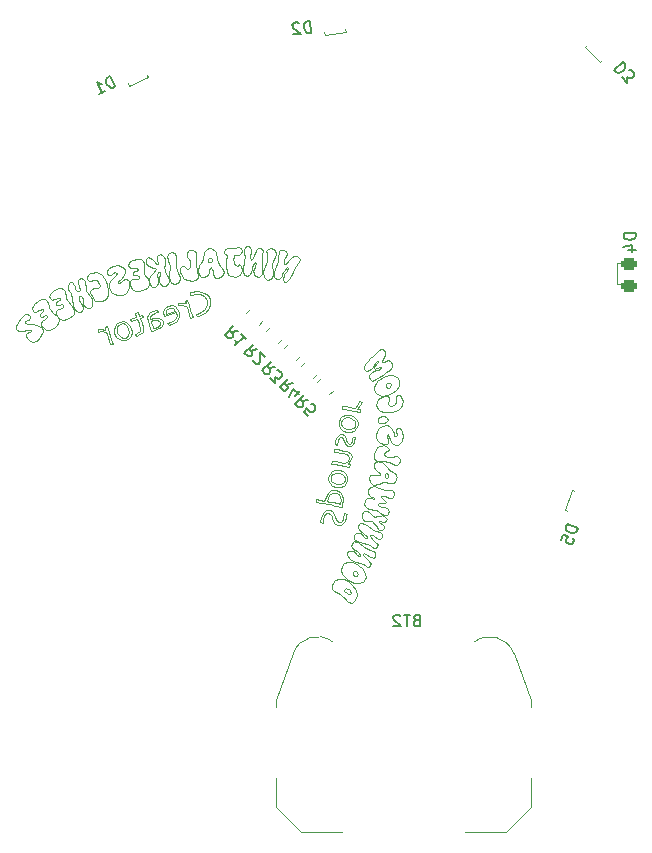
<source format=gbo>
G04 #@! TF.GenerationSoftware,KiCad,Pcbnew,(6.0.10-0)*
G04 #@! TF.CreationDate,2023-09-19T21:44:43+02:00*
G04 #@! TF.ProjectId,SwiftLeeds,53776966-744c-4656-9564-732e6b696361,rev?*
G04 #@! TF.SameCoordinates,Original*
G04 #@! TF.FileFunction,Legend,Bot*
G04 #@! TF.FilePolarity,Positive*
%FSLAX46Y46*%
G04 Gerber Fmt 4.6, Leading zero omitted, Abs format (unit mm)*
G04 Created by KiCad (PCBNEW (6.0.10-0)) date 2023-09-19 21:44:43*
%MOMM*%
%LPD*%
G01*
G04 APERTURE LIST*
G04 Aperture macros list*
%AMRoundRect*
0 Rectangle with rounded corners*
0 $1 Rounding radius*
0 $2 $3 $4 $5 $6 $7 $8 $9 X,Y pos of 4 corners*
0 Add a 4 corners polygon primitive as box body*
4,1,4,$2,$3,$4,$5,$6,$7,$8,$9,$2,$3,0*
0 Add four circle primitives for the rounded corners*
1,1,$1+$1,$2,$3*
1,1,$1+$1,$4,$5*
1,1,$1+$1,$6,$7*
1,1,$1+$1,$8,$9*
0 Add four rect primitives between the rounded corners*
20,1,$1+$1,$2,$3,$4,$5,0*
20,1,$1+$1,$4,$5,$6,$7,0*
20,1,$1+$1,$6,$7,$8,$9,0*
20,1,$1+$1,$8,$9,$2,$3,0*%
G04 Aperture macros list end*
%ADD10C,0.078000*%
%ADD11C,0.150000*%
%ADD12C,0.120000*%
%ADD13C,0.000000*%
%ADD14RoundRect,0.250000X-0.132583X0.503814X-0.503814X0.132583X0.132583X-0.503814X0.503814X-0.132583X0*%
%ADD15RoundRect,0.243750X-0.345367X0.385097X-0.512102X-0.073003X0.345367X-0.385097X0.512102X0.073003X0*%
%ADD16RoundRect,0.243750X-0.028093X-0.516516X0.413732X-0.310490X0.028093X0.516516X-0.413732X0.310490X0*%
%ADD17RoundRect,0.243750X-0.194724X-0.479229X0.290106X-0.428272X0.194724X0.479229X-0.290106X0.428272X0*%
%ADD18R,1.270000X5.080000*%
%ADD19C,17.800000*%
%ADD20RoundRect,0.243750X-0.494975X-0.150260X-0.150260X-0.494975X0.494975X0.150260X0.150260X0.494975X0*%
%ADD21RoundRect,0.243750X-0.456250X0.243750X-0.456250X-0.243750X0.456250X-0.243750X0.456250X0.243750X0*%
G04 APERTURE END LIST*
D10*
X146567714Y-82256600D02*
X146645289Y-82268300D01*
X142050036Y-78114800D02*
X142022034Y-78294200D01*
X129960075Y-64453100D02*
X129722058Y-64511600D01*
X126167520Y-64125500D02*
X126323520Y-63922700D01*
X147548091Y-74671100D02*
X147530453Y-74963600D01*
X125010507Y-67545800D02*
X124897875Y-67202600D01*
X126114870Y-64792400D02*
X126059256Y-64640300D01*
X123812700Y-63310400D02*
X123937812Y-63419600D01*
X131262792Y-66446000D02*
X131159637Y-66789200D01*
X115858767Y-69480200D02*
X115727805Y-69332000D01*
X142236027Y-76964300D02*
X142134432Y-76714700D01*
X122522736Y-64862600D02*
X122522736Y-64862600D01*
X146161599Y-84573200D02*
X146190112Y-84690200D01*
X147166758Y-80053100D02*
X147034372Y-80103800D01*
X132662580Y-62327600D02*
X132616053Y-62304200D01*
X116438658Y-66430400D02*
X116624376Y-66270500D01*
X118200171Y-67339100D02*
X118165734Y-67190900D01*
X126309324Y-68212700D02*
X126309324Y-68212700D01*
X145285804Y-71594000D02*
X145374088Y-71480900D01*
X141360711Y-83898500D02*
X141606918Y-84027200D01*
X146298294Y-76270100D02*
X146253382Y-76402700D01*
X120421572Y-67027100D02*
X120277974Y-67140200D01*
X143824477Y-87806300D02*
X143856918Y-87825800D01*
X146343429Y-73126700D02*
X146250835Y-73142300D01*
X130218138Y-65400800D02*
X130752867Y-65517800D01*
X143887232Y-74710100D02*
X144088426Y-74792000D01*
X137295078Y-64098200D02*
X137189856Y-64254200D01*
X143306226Y-77713100D02*
X143502240Y-77767700D01*
X126593400Y-62963300D02*
X126698817Y-63080300D01*
X146182983Y-81188000D02*
X146252419Y-81172400D01*
X145298950Y-77588300D02*
X145375796Y-77229500D01*
X141504621Y-81449300D02*
X141696618Y-81640400D01*
X146705860Y-75057200D02*
X146705860Y-75057200D01*
X142857180Y-90579200D02*
X142746810Y-90563600D01*
X119304885Y-65338400D02*
X119245995Y-65225300D01*
X146038390Y-80915000D02*
X146020166Y-80969600D01*
X138205416Y-62471900D02*
X138374481Y-62374400D01*
X144834531Y-72346700D02*
X144972583Y-72214100D01*
X125121033Y-69140900D02*
X125052549Y-69160400D01*
X122893899Y-64008500D02*
X122795346Y-64063100D01*
X131297034Y-62924300D02*
X131356509Y-62889200D01*
X132421092Y-62054600D02*
X132484428Y-61801100D01*
X146015256Y-81032000D02*
X146026823Y-81094400D01*
X142306071Y-85181600D02*
X142057017Y-85193300D01*
X129419067Y-62666900D02*
X129325389Y-62483600D01*
X144609044Y-82478900D02*
X144592103Y-82338500D01*
X131039322Y-62721500D02*
X131028831Y-62803400D01*
X138374481Y-62374400D02*
X138600174Y-62444600D01*
X142266915Y-79089800D02*
X141975858Y-79035200D01*
X141592566Y-84604400D02*
X141532545Y-84405500D01*
X145596064Y-80805800D02*
X145484228Y-80716100D01*
X145799531Y-71274200D02*
X145793174Y-71356100D01*
X129486225Y-67409300D02*
X129356082Y-67003700D01*
X141556491Y-83255000D02*
X142080846Y-83348600D01*
X143933065Y-85696400D02*
X143809599Y-85563800D01*
X146288217Y-83812700D02*
X146341241Y-83910200D01*
X116793246Y-68302400D02*
X117001701Y-68470100D01*
X142472367Y-77194400D02*
X142236027Y-76964300D01*
X116790048Y-69374900D02*
X116790048Y-69374900D01*
X141927576Y-77841800D02*
X142055184Y-77639000D01*
X118524612Y-66106700D02*
X118546452Y-66063800D01*
X126963276Y-64730000D02*
X126903177Y-64577900D01*
X145109465Y-87135500D02*
X144943411Y-87030200D01*
X142379430Y-76788800D02*
X142571427Y-76979900D01*
X118227549Y-66329000D02*
X118329183Y-66231500D01*
X127404483Y-63173900D02*
X127383462Y-63372800D01*
X145336398Y-80614700D02*
X145193455Y-80486000D01*
X146752102Y-78313700D02*
X146596976Y-78142100D01*
X147010403Y-77354300D02*
X146975303Y-77256800D01*
X122516496Y-63872000D02*
X122510763Y-63704300D01*
X130905552Y-64148900D02*
X130689141Y-64230800D01*
X145020003Y-82966400D02*
X145110604Y-82989800D01*
X145852575Y-72471500D02*
X145582324Y-72686000D01*
X124333896Y-63205100D02*
X124353903Y-63017900D01*
X116922960Y-67569200D02*
X116839617Y-67522400D01*
X121892808Y-64983500D02*
X121896357Y-64878200D01*
X120061680Y-64745600D02*
X120019989Y-64597400D01*
X144524956Y-86254100D02*
X144492076Y-86148800D01*
X144520592Y-83711300D02*
X144387922Y-83563100D01*
X142257906Y-82787000D02*
X142116453Y-82572500D01*
X146059408Y-81149000D02*
X146116203Y-81184100D01*
X146224315Y-79838600D02*
X146028523Y-79811300D01*
X147001312Y-74312300D02*
X147043498Y-74203100D01*
X142244490Y-77756000D02*
X142142817Y-77849600D01*
X126776895Y-64102100D02*
X126802011Y-64242500D01*
X146253382Y-76402700D02*
X146134397Y-76508000D01*
X119684199Y-66785300D02*
X119625387Y-66598100D01*
X143411955Y-78188900D02*
X143312544Y-78372200D01*
X146075526Y-79308200D02*
X146305420Y-79417400D01*
X146697717Y-77210000D02*
X146780315Y-77436200D01*
X117289326Y-67752500D02*
X117381405Y-67690100D01*
X116705964Y-66204200D02*
X116896089Y-66095000D01*
X147043498Y-74203100D02*
X147136127Y-74148500D01*
X145545602Y-81683300D02*
X145381724Y-81745700D01*
X143666196Y-89495000D02*
X143717598Y-89424800D01*
X117074631Y-66929600D02*
X117064569Y-66925700D01*
X147530413Y-77432300D02*
X147539303Y-77603900D01*
X132722679Y-61695800D02*
X132913779Y-61707500D01*
X119759079Y-64866500D02*
X119799054Y-64991300D01*
X122797179Y-69191600D02*
X122954661Y-69663500D01*
X120019989Y-64597400D02*
X120045768Y-64445300D01*
X141698295Y-78988400D02*
X141742677Y-78750500D01*
X132245163Y-63400100D02*
X132346056Y-63575600D01*
X145515818Y-84889100D02*
X145515814Y-84889100D01*
X129621321Y-65716700D02*
X129596712Y-65724500D01*
X141696618Y-81640400D02*
X141969384Y-81737900D01*
X142508676Y-85060700D02*
X142306071Y-85181600D01*
X144380828Y-89799200D02*
X144380828Y-89799200D01*
X143928740Y-85887500D02*
X144069121Y-85977200D01*
X126780639Y-62877500D02*
X126739455Y-62780000D01*
X125656893Y-63400100D02*
X125650146Y-63610700D01*
X142196559Y-80513300D02*
X142196559Y-80513300D01*
X123010860Y-69823400D02*
X122782164Y-69897500D01*
X142431495Y-89315600D02*
X142348932Y-89007500D01*
X146417135Y-80509400D02*
X146545519Y-80603000D01*
X132767724Y-64008500D02*
X132558918Y-63306500D01*
X145460309Y-71878700D02*
X145330638Y-71929400D01*
X145334749Y-86273600D02*
X145231582Y-86195600D01*
X121639035Y-65155100D02*
X121762587Y-65127800D01*
X145047767Y-81773000D02*
X144763609Y-81554600D01*
X124769955Y-64351700D02*
X124879818Y-64347800D01*
X118529604Y-67748600D02*
X118278483Y-67491200D01*
X118506711Y-66863300D02*
X118611426Y-66824300D01*
X124640943Y-65205800D02*
X124473282Y-64878200D01*
X142576380Y-80189600D02*
X142208337Y-80119400D01*
X125321025Y-68474000D02*
X125252112Y-68263400D01*
X145162466Y-83902400D02*
X145008857Y-83879000D01*
X125937849Y-65088800D02*
X125747802Y-65229200D01*
X141390078Y-83453900D02*
X140610936Y-83309600D01*
X132390906Y-63758900D02*
X132390906Y-63758900D01*
X135086742Y-62967200D02*
X135069738Y-62928200D01*
X125228049Y-62655200D02*
X125415093Y-62694200D01*
X141532545Y-84405500D02*
X141427011Y-84226100D01*
X144315133Y-87580100D02*
X144239863Y-87576200D01*
X142502241Y-91246100D02*
X142348620Y-91117400D01*
X130206360Y-63977300D02*
X130196337Y-64195700D01*
X142116453Y-82572500D02*
X141871845Y-82455500D01*
X127117404Y-68407700D02*
X126930867Y-68536400D01*
X115683111Y-67877300D02*
X115601991Y-67935800D01*
X122073924Y-64020200D02*
X122263425Y-64265900D01*
X115024479Y-67931900D02*
X115161096Y-67752500D01*
X142430130Y-77510300D02*
X142611363Y-77600000D01*
X145145977Y-71828000D02*
X145199087Y-71718800D01*
X146341241Y-83910200D02*
X146355152Y-84023300D01*
X142022034Y-78294200D02*
X142011621Y-78399500D01*
X119839848Y-65201900D02*
X119862780Y-65283800D01*
X141102102Y-84163700D02*
X140971998Y-84276800D01*
X129459276Y-61937600D02*
X129615354Y-61886900D01*
X146212295Y-77744300D02*
X146268373Y-77873000D01*
X147539303Y-77603900D02*
X147534560Y-77748200D01*
X125027745Y-62678600D02*
X125228049Y-62655200D01*
X129615354Y-61886900D02*
X129777867Y-61894700D01*
X134141265Y-63996800D02*
X134081322Y-63918800D01*
X118194984Y-67417100D02*
X118329261Y-67577000D01*
X129387789Y-63513200D02*
X129540864Y-63384500D01*
X144322827Y-83196500D02*
X144389314Y-83052200D01*
X142323855Y-76636700D02*
X142379430Y-76788800D01*
X143638701Y-88286000D02*
X143373150Y-88200200D01*
X146475023Y-71278100D02*
X146599023Y-71399000D01*
X114809979Y-68563700D02*
X114814347Y-68364800D01*
X144892309Y-81944600D02*
X145112215Y-81929000D01*
X123498165Y-68236100D02*
X123391110Y-68364800D01*
X141810576Y-79811300D02*
X142229241Y-79893200D01*
X143267343Y-77986100D02*
X143294760Y-77806700D01*
X137711559Y-64574000D02*
X137611251Y-64620800D01*
X127257531Y-68201000D02*
X127117404Y-68407700D01*
X123153834Y-63224600D02*
X123153834Y-63224600D01*
X126802011Y-64242500D02*
X126831378Y-64410200D01*
X146338663Y-84136400D02*
X146288236Y-84253400D01*
X143734083Y-89339000D02*
X143716654Y-89249300D01*
X145881396Y-72654800D02*
X146144626Y-72549500D01*
X128671242Y-64250300D02*
X128594295Y-64601300D01*
X144089167Y-84557600D02*
X144076874Y-84401600D01*
X134157060Y-62686400D02*
X134157060Y-62686400D01*
X115994058Y-68817200D02*
X116086020Y-68743100D01*
X143549508Y-91577600D02*
X143549508Y-91577600D01*
X131419845Y-63536600D02*
X131323671Y-63396200D01*
X146144626Y-72549500D02*
X146353456Y-72506600D01*
X135093840Y-63017900D02*
X135086742Y-62967200D01*
X142797822Y-84245600D02*
X142783275Y-84354800D01*
X141191880Y-82892300D02*
X141113568Y-83169200D01*
X146515727Y-79429100D02*
X146705985Y-79397900D01*
X142635387Y-89612000D02*
X142431495Y-89315600D01*
X145018478Y-85579400D02*
X145325459Y-85696400D01*
X120581862Y-66605900D02*
X120500703Y-66442100D01*
X144775578Y-86125400D02*
X144859171Y-86246300D01*
X134081322Y-63918800D02*
X134018688Y-63743300D01*
X119594382Y-66235400D02*
X119580693Y-66067700D01*
X130361541Y-64113800D02*
X130266576Y-63950000D01*
X142047267Y-90949700D02*
X141891852Y-90867800D01*
X143411643Y-86187800D02*
X143428647Y-86039600D01*
X146533191Y-73274900D02*
X146492249Y-73196900D01*
X147441563Y-77108600D02*
X147501250Y-77264600D01*
X145329745Y-77845700D02*
X145298950Y-77588300D01*
X126450855Y-67050500D02*
X126628851Y-66999800D01*
X135259005Y-64180100D02*
X135111390Y-64129400D01*
X130539732Y-62830700D02*
X130630719Y-62643500D01*
X143816600Y-87564500D02*
X143671855Y-87424100D01*
X126268452Y-68087900D02*
X126309324Y-68212700D01*
X145479692Y-83383700D02*
X145488253Y-83473400D01*
X145731226Y-71824100D02*
X145730833Y-71777300D01*
X145422424Y-79803500D02*
X145612815Y-79823000D01*
X126756771Y-64866500D02*
X126662859Y-64967900D01*
X125441652Y-68095700D02*
X125556273Y-68438900D01*
X147234214Y-73013600D02*
X147234214Y-73013600D01*
X145790312Y-75969800D02*
X145970503Y-75989300D01*
X132494061Y-62257400D02*
X132445623Y-62187200D01*
X129019200Y-64390700D02*
X128698503Y-63778400D01*
X142400997Y-84850100D02*
X142487109Y-84701900D01*
X114912588Y-68711900D02*
X114809979Y-68563700D01*
X117510690Y-66418700D02*
X117563574Y-66609800D01*
X116250717Y-69683000D02*
X115982280Y-69581600D01*
X120154617Y-65794700D02*
X120154617Y-65794700D01*
X128384514Y-67187000D02*
X127337988Y-67530200D01*
X146820816Y-81593600D02*
X146704183Y-81659900D01*
X143430675Y-89510600D02*
X143430675Y-89510600D01*
X144748458Y-72853700D02*
X144702469Y-72666500D01*
X130062840Y-63283100D02*
X130117167Y-63513200D01*
X146312038Y-81129500D02*
X146344720Y-81063200D01*
X147451710Y-78048500D02*
X147367159Y-78196700D01*
X141871845Y-82455500D02*
X141871845Y-82455500D01*
X127784226Y-63727700D02*
X127837383Y-63497600D01*
X141924417Y-81979700D02*
X141597558Y-81854900D01*
X143933432Y-87833600D02*
X143957448Y-87814100D01*
X137684688Y-62019500D02*
X137722557Y-62280800D01*
X134629077Y-62448500D02*
X134631963Y-62518700D01*
X146300798Y-80911100D02*
X146300798Y-80911100D01*
X125974236Y-64398500D02*
X126048648Y-64597400D01*
X144603670Y-84826700D02*
X144439656Y-84834500D01*
X146780315Y-77436200D02*
X146854454Y-77615600D01*
X145724916Y-83625500D02*
X145954459Y-83687900D01*
X143954215Y-86667500D02*
X143688188Y-86562200D01*
X144824863Y-80993000D02*
X144962622Y-80915000D01*
X136143096Y-61781600D02*
X136438092Y-61734800D01*
X135610902Y-62772200D02*
X135642258Y-63095900D01*
X122672808Y-65061500D02*
X122663916Y-64780700D01*
X144747030Y-82712900D02*
X144659249Y-82611500D01*
X121102668Y-65506100D02*
X121091124Y-65377400D01*
X126930867Y-68536400D02*
X126699168Y-68637800D01*
X115267527Y-67623800D02*
X115408434Y-67471700D01*
X127766676Y-66785300D02*
X127539891Y-66976400D01*
X126246300Y-63361100D02*
X126049350Y-63298700D01*
X143079714Y-78294200D02*
X143176512Y-78216200D01*
X141826254Y-78263000D02*
X141847431Y-78110900D01*
X146009523Y-74253800D02*
X146143687Y-74230400D01*
X125009025Y-63661400D02*
X125052627Y-63645800D01*
X126840348Y-63041300D02*
X126817572Y-62963300D01*
X118794258Y-65174600D02*
X118924011Y-65342300D01*
X145660574Y-76574300D02*
X145562006Y-76519700D01*
X145008857Y-83879000D02*
X144857560Y-83859500D01*
X119742972Y-67062200D02*
X119689893Y-67288400D01*
X119349189Y-67612100D02*
X119086797Y-67740800D01*
X133920564Y-63575600D02*
X133765734Y-64059200D01*
X145500093Y-72931700D02*
X145543071Y-72892700D01*
X130219464Y-63735500D02*
X130221882Y-63501500D01*
X142011621Y-78399500D02*
X141817167Y-78352700D01*
X134721312Y-62729300D02*
X134806566Y-62678600D01*
X123420984Y-64679300D02*
X123543678Y-64718300D01*
X147203301Y-76952600D02*
X147343765Y-76999400D01*
X115864539Y-68672900D02*
X115668369Y-68696300D01*
X124362522Y-68867900D02*
X124318023Y-68579300D01*
X137061234Y-64355600D02*
X136907886Y-64371200D01*
X120570903Y-64410200D02*
X120638568Y-64550600D01*
X120102396Y-67171400D02*
X119940897Y-67112900D01*
X147156977Y-79409600D02*
X147251654Y-79507100D01*
X134141265Y-63996800D02*
X134141265Y-63996800D01*
X143364843Y-75279500D02*
X143516358Y-75306800D01*
X145861155Y-71141600D02*
X145799531Y-71274200D01*
X146182363Y-76738100D02*
X146414662Y-76812200D01*
X119625387Y-66598100D02*
X119602962Y-66414800D01*
X115777764Y-67846100D02*
X115683111Y-67877300D01*
X131570853Y-61867400D02*
X131679624Y-61976600D01*
X142266057Y-83344700D02*
X142272219Y-83313500D01*
X144100375Y-84261200D02*
X144160400Y-84128600D01*
X144156247Y-90052700D02*
X143806011Y-90138500D01*
X142584648Y-84183200D02*
X142797822Y-84245600D01*
X145157244Y-85072400D02*
X145046402Y-84935900D01*
X118546452Y-66063800D02*
X118537326Y-66013100D01*
X132661371Y-62510900D02*
X132681300Y-62386100D01*
X129540864Y-63384500D02*
X129572298Y-63099800D01*
X134759922Y-63532700D02*
X134727669Y-63735500D01*
X117111252Y-67054400D02*
X117127710Y-67007600D01*
X129912066Y-61961000D02*
X130010658Y-62089700D01*
X145827291Y-74246000D02*
X145511130Y-74183600D01*
X138128313Y-62557700D02*
X138205416Y-62471900D01*
X134157060Y-62686400D02*
X134157060Y-62686400D01*
X142728324Y-77787200D02*
X142778712Y-77954900D01*
X142628172Y-78263000D02*
X142572441Y-78071900D01*
X143752273Y-85240100D02*
X143836486Y-85107500D01*
X146599012Y-71399000D02*
X146599012Y-71399000D01*
X144496096Y-82943000D02*
X144639109Y-82880600D01*
X146340063Y-78134300D02*
X146292538Y-78251300D01*
X118493646Y-65974100D02*
X118436628Y-65962400D01*
X145429846Y-80681000D02*
X145336398Y-80614700D01*
X130502682Y-64211300D02*
X130361541Y-64113800D01*
X146318254Y-71254700D02*
X146475023Y-71278100D01*
X147507100Y-77892500D02*
X147451710Y-78048500D01*
X118039530Y-67304000D02*
X118194984Y-67417100D01*
X120181215Y-65049800D02*
X120121935Y-64901600D01*
X115871169Y-68879600D02*
X115994058Y-68817200D01*
X127424958Y-64913300D02*
X127424958Y-64913300D01*
X144658707Y-88219700D02*
X144739016Y-88293800D01*
X147034392Y-79358900D02*
X147156977Y-79409600D01*
X124035312Y-69324200D02*
X124183083Y-69246200D01*
X147014018Y-81234800D02*
X146974585Y-81367400D01*
X141742716Y-78750500D02*
X141956007Y-78797300D01*
X128566059Y-67756400D02*
X128339937Y-68013800D01*
X115668369Y-68696300D02*
X115462488Y-68735300D01*
X122700927Y-69636200D02*
X122570784Y-69230600D01*
X144226977Y-85879700D02*
X144090734Y-85793900D01*
X128344617Y-63353300D02*
X128415948Y-63622400D01*
X119676906Y-66785300D02*
X119742972Y-67062200D01*
X146857234Y-80092100D02*
X146857234Y-80092100D01*
X138255570Y-63801800D02*
X138116847Y-64082600D01*
X146126776Y-72249200D02*
X145852575Y-72471500D01*
X116905449Y-68185400D02*
X116914731Y-68052800D01*
X145615116Y-80915000D02*
X145627369Y-80903300D01*
X145541121Y-83313500D02*
X145479692Y-83383700D01*
X134191809Y-64035800D02*
X134141265Y-63996800D01*
X137462193Y-64542800D02*
X137426274Y-64421900D01*
X122490405Y-68988800D02*
X122440914Y-68844500D01*
X131395158Y-62690300D02*
X131352102Y-62620100D01*
X145469419Y-74530700D02*
X146009523Y-74253800D01*
X146300798Y-80911100D02*
X146300798Y-80911100D01*
X129722058Y-64511600D02*
X129019200Y-64390700D01*
X131323671Y-63396200D02*
X131306589Y-63388400D01*
X144678702Y-84089600D02*
X144796705Y-84214400D01*
X144408713Y-87966200D02*
X144540092Y-88102700D01*
X143123433Y-91008200D02*
X143123433Y-91008200D01*
X135408414Y-64152800D02*
X135259005Y-64180100D01*
X127699089Y-66617600D02*
X127980084Y-66586400D01*
X133213767Y-62670800D02*
X133241067Y-62889200D01*
X119555928Y-65888300D02*
X119501640Y-65705000D01*
X140610195Y-84635600D02*
X140703561Y-84319700D01*
X128313807Y-67031000D02*
X128071539Y-66800900D01*
X119559789Y-66613700D02*
X119676906Y-66785300D01*
X146440122Y-72034700D02*
X146126776Y-72249200D01*
X131210766Y-62553800D02*
X131136159Y-62581100D01*
X140578839Y-84838400D02*
X140610195Y-84635600D01*
X144817804Y-88601900D02*
X144817804Y-88601900D01*
X116790048Y-69374900D02*
X116642316Y-69534800D01*
X132569331Y-62943800D02*
X132614844Y-62686400D01*
X124675185Y-63930500D02*
X124695855Y-63829100D01*
X147251654Y-79507100D02*
X147301957Y-79639700D01*
X137463519Y-64078700D02*
X137538672Y-63914900D01*
X118611426Y-66824300D02*
X118711344Y-66777500D01*
X124183083Y-69246200D02*
X124287681Y-69125300D01*
X135621822Y-63914900D02*
X135532395Y-64059200D01*
X118033485Y-66075500D02*
X117899793Y-66098900D01*
X145635158Y-83590400D02*
X145724916Y-83625500D01*
X121204458Y-66660500D02*
X121041204Y-66789200D01*
X118425552Y-67842200D02*
X118401372Y-68068400D01*
X147255428Y-78317600D02*
X147123799Y-78395600D01*
X145689493Y-85634000D02*
X145562142Y-85614500D01*
X145649209Y-76004900D02*
X145790312Y-75969800D01*
X146129054Y-73247600D02*
X146117315Y-73407500D01*
X146568790Y-71925500D02*
X146440122Y-72034700D01*
X143757390Y-74944100D02*
X143887232Y-74710100D01*
X126817767Y-64733900D02*
X126756771Y-64866500D01*
X142286064Y-84932000D02*
X142400997Y-84850100D01*
X142495728Y-79132700D02*
X142266915Y-79089800D01*
X146854454Y-77615600D02*
X146934778Y-77689700D01*
X143123433Y-91008200D02*
X143123433Y-91008200D01*
X124695855Y-63829100D02*
X124756383Y-63747200D01*
X144492532Y-85216700D02*
X144663391Y-85345400D01*
X146300798Y-80911100D02*
X146300798Y-80911100D01*
X146016558Y-82732400D02*
X145928422Y-82709000D01*
X124914528Y-69000500D02*
X124961328Y-68984900D01*
X116015079Y-68165900D02*
X116277159Y-68181500D01*
X145831355Y-84374300D02*
X145974286Y-84401600D01*
X126976302Y-63794000D02*
X126901695Y-63762800D01*
X126709113Y-62663000D02*
X126753963Y-62409500D01*
X146879839Y-79362800D02*
X147034392Y-79358900D01*
X143202681Y-86932700D02*
X143218593Y-86765000D01*
X126610170Y-63618500D02*
X126651666Y-63513200D01*
X134168682Y-61719200D02*
X134231901Y-61637300D01*
X146009047Y-83067800D02*
X146089231Y-83149700D01*
X116839617Y-67522400D02*
X116817075Y-67417100D01*
X146284562Y-80372900D02*
X146417135Y-80509400D01*
X118165734Y-67190900D02*
X118195920Y-67062200D01*
X118793946Y-66691700D02*
X118785054Y-66559100D01*
X144465166Y-86281400D02*
X144501697Y-86277500D01*
X117666885Y-65946800D02*
X117636543Y-65759600D01*
X144125858Y-86913200D02*
X144292739Y-87045800D01*
X125252112Y-68263400D02*
X125203167Y-68115200D01*
X144198269Y-87603500D02*
X144212227Y-87697100D01*
X142297257Y-83032700D02*
X142257906Y-82787000D01*
X145375796Y-77229500D02*
X145543153Y-76960400D01*
X146263717Y-78559400D02*
X146359368Y-78762200D01*
X141604539Y-90618200D02*
X141549939Y-90438800D01*
X116170533Y-66851600D02*
X116252316Y-66648800D01*
X124353903Y-63017900D02*
X124494615Y-62877500D01*
X126651666Y-63513200D02*
X126583767Y-63443000D01*
X138600174Y-62444600D02*
X138600174Y-62444600D01*
X117043860Y-67120700D02*
X117079779Y-67089500D01*
X142517997Y-77892500D02*
X142459419Y-77791100D01*
X144428942Y-89561300D02*
X144380828Y-89799200D01*
X146116192Y-81184100D02*
X146182983Y-81188000D01*
X128795184Y-66578600D02*
X128524446Y-66578600D01*
X147256454Y-79947800D02*
X147166758Y-80053100D01*
X145322542Y-83945300D02*
X145162466Y-83902400D01*
X144758582Y-86031800D02*
X144775578Y-86125400D01*
X130023645Y-62858000D02*
X130025517Y-63060800D01*
X140777466Y-85010000D02*
X140564097Y-84955400D01*
X120474846Y-64320500D02*
X120570903Y-64410200D01*
X144817800Y-88601900D02*
X144817804Y-88601900D01*
X126386115Y-68727500D02*
X126248172Y-68762600D01*
X125080746Y-64051400D02*
X124956375Y-64047500D01*
X145588744Y-82073300D02*
X145708665Y-82127900D01*
X130124538Y-67292300D02*
X130496247Y-67124600D01*
X145130701Y-80915000D02*
X145307039Y-80946200D01*
X144124844Y-85052900D02*
X144310577Y-85111400D01*
X147530453Y-74963600D02*
X147521763Y-74994800D01*
X134131359Y-61851800D02*
X134159595Y-61734800D01*
X135091812Y-63056900D02*
X135093840Y-63017900D01*
X133436028Y-62304200D02*
X133363956Y-62312000D01*
X116066988Y-68692400D02*
X116039883Y-68684600D01*
X147016074Y-73770200D02*
X146660799Y-74043200D01*
X141563316Y-90255500D02*
X141624468Y-90087800D01*
X145291447Y-73177400D02*
X145500093Y-72931700D01*
X146029140Y-70580000D02*
X146013072Y-70778900D01*
X135781176Y-63474200D02*
X135884565Y-63263600D01*
X124004775Y-64359500D02*
X124139988Y-64363400D01*
X142891851Y-79729400D02*
X142988181Y-79514900D01*
X121896357Y-64878200D02*
X121868784Y-64761200D01*
X117426723Y-66239300D02*
X117510690Y-66418700D01*
X142541904Y-81866600D02*
X142250184Y-81983600D01*
X123937812Y-63419600D02*
X124009650Y-63571700D01*
X142856127Y-81102200D02*
X142855698Y-81394700D01*
X130440087Y-62990600D02*
X130539732Y-62830700D01*
X118404219Y-66902300D02*
X118506711Y-66863300D01*
X146435137Y-81652100D02*
X146272351Y-81613100D01*
X127399023Y-62670800D02*
X127419693Y-62951600D01*
X144450349Y-87626900D02*
X144394459Y-87603500D01*
X141956007Y-78797300D02*
X142296789Y-78863600D01*
X120454800Y-66169100D02*
X120442944Y-66032600D01*
X145632537Y-85809500D02*
X145720158Y-85875800D01*
X145096104Y-80318300D02*
X145082399Y-80099900D01*
X116086020Y-68743100D02*
X116097330Y-68727500D01*
X131352102Y-62620100D02*
X131288571Y-62569400D01*
X117074631Y-66929600D02*
X117074631Y-66929600D01*
X124639773Y-63446900D02*
X124509045Y-63427400D01*
X137438442Y-63739400D02*
X137370426Y-63903200D01*
X124956375Y-64047500D02*
X124833603Y-64039700D01*
X131040375Y-63992900D02*
X130905552Y-64148900D01*
X127269309Y-62393900D02*
X127356786Y-62526500D01*
X116875380Y-69254000D02*
X116790165Y-69374900D01*
X144168126Y-88488800D02*
X143907544Y-88375700D01*
X125669607Y-63205100D02*
X125656893Y-63400100D01*
X146740012Y-82338500D02*
X146783739Y-82443800D01*
X146288236Y-84253400D02*
X146210029Y-84335300D01*
X145380663Y-84460100D02*
X145535950Y-84428900D01*
X123748389Y-64273700D02*
X123581625Y-64437500D01*
X136396206Y-64343900D02*
X136085376Y-64421900D01*
X121762587Y-65127800D02*
X121850493Y-65069300D01*
X145289723Y-72869300D02*
X145141663Y-72931700D01*
X143281188Y-76188200D02*
X143015910Y-76086800D01*
X124403433Y-63357200D02*
X124333896Y-63205100D01*
X145110604Y-82989800D02*
X145158508Y-82958600D01*
X127356786Y-62526500D02*
X127398984Y-62670800D01*
X121041204Y-66789200D02*
X120847140Y-66816500D01*
X126901695Y-63762800D02*
X126841050Y-63797900D01*
X145515814Y-84889100D02*
X145546842Y-84935900D01*
X134946849Y-62982800D02*
X134857578Y-63150500D01*
X145321804Y-71356100D02*
X145206634Y-71496500D01*
X146705985Y-79397900D02*
X146879839Y-79362800D01*
X144291811Y-87821900D02*
X144408713Y-87966200D01*
X121136364Y-65884400D02*
X121226103Y-66052100D01*
X143502240Y-77767700D02*
X143492607Y-77834000D01*
X123493680Y-69140900D02*
X123686145Y-69300800D01*
X128397618Y-62690300D02*
X128364585Y-62885300D01*
X126345438Y-62659100D02*
X126478038Y-62811200D01*
X146210029Y-84335300D02*
X146102904Y-84370400D01*
X121637397Y-64476500D02*
X121485375Y-64449200D01*
X142665534Y-81359600D02*
X142665261Y-81188000D01*
X145656725Y-84148100D02*
X145496435Y-84035000D01*
X141362856Y-80833100D02*
X141547872Y-80638100D01*
X122775729Y-64535000D02*
X122954856Y-64328300D01*
X146509651Y-73458200D02*
X146537536Y-73372400D01*
X146698524Y-80692700D02*
X146842469Y-80782400D01*
X143730920Y-76441700D02*
X143730495Y-76734200D01*
X143809599Y-85563800D02*
X143742067Y-85407800D01*
X119823039Y-65104400D02*
X119839848Y-65201900D01*
X143419443Y-86234600D02*
X143411643Y-86187800D01*
X147026857Y-76991600D02*
X147203301Y-76952600D01*
X146246678Y-80856500D02*
X146182655Y-80825300D01*
X141844974Y-83539700D02*
X141390078Y-83453900D01*
X131767179Y-62273000D02*
X131787654Y-62464100D01*
X131558412Y-64113800D02*
X131497767Y-63930500D01*
X124004736Y-68181500D02*
X123832980Y-68126900D01*
X143507388Y-85914800D02*
X143625168Y-85848500D01*
X117942771Y-65393000D02*
X118224702Y-65209700D01*
X119602962Y-66414800D02*
X119594382Y-66235400D01*
X131171961Y-62932100D02*
X131233893Y-62936000D01*
X121534593Y-66204200D02*
X121146387Y-65654300D01*
X146963654Y-77151500D02*
X147026857Y-76991600D01*
X135716553Y-63731600D02*
X135717801Y-63716000D01*
X135666399Y-63735500D02*
X135621822Y-63914900D01*
X120842421Y-64199600D02*
X120945264Y-64028000D01*
X126803727Y-67658900D02*
X127093341Y-67744700D01*
X143430675Y-89510600D02*
X143430675Y-89510600D01*
X145546811Y-76086800D02*
X145649209Y-76004900D01*
X126248172Y-68762600D02*
X126166818Y-68520800D01*
X141817167Y-78352700D02*
X141826254Y-78263000D01*
X142754142Y-84545900D02*
X142660347Y-84846200D01*
X146694425Y-80041400D02*
X146546603Y-79967300D01*
X131136159Y-62581100D02*
X131076216Y-62643500D01*
X145496435Y-84035000D02*
X145322542Y-83945300D01*
X125820264Y-62698100D02*
X125896665Y-62592800D01*
X134157060Y-62686400D02*
X134161389Y-62596700D01*
X144390457Y-89307800D02*
X144428942Y-89561300D01*
X121248489Y-65186300D02*
X121377462Y-65159000D01*
X145708665Y-82127900D02*
X145837439Y-82174700D01*
X123153834Y-63224600D02*
X123305037Y-63201200D01*
X145057837Y-84432800D02*
X145219917Y-84471800D01*
X145811395Y-85602800D02*
X145689493Y-85634000D01*
X144766394Y-87868700D02*
X144665844Y-87782900D01*
X117003651Y-67924100D02*
X117095769Y-67857800D01*
X136508214Y-63353300D02*
X136540311Y-63583400D01*
X128240877Y-62159900D02*
X128394810Y-62475800D01*
X142846962Y-87697100D02*
X142868802Y-87548900D01*
X147394151Y-75240500D02*
X147191417Y-75423800D01*
X120442944Y-66032600D02*
X120409989Y-65903900D01*
X134936163Y-63868100D02*
X134917014Y-63680900D01*
X145397425Y-71309300D02*
X145321804Y-71356100D01*
X125973378Y-67935800D02*
X125910276Y-67604300D01*
X115872300Y-67814900D02*
X115777764Y-67846100D01*
X127227111Y-64917200D02*
X127075557Y-64850900D01*
X142746810Y-90563600D02*
X142649505Y-90590900D01*
X141847431Y-78110900D02*
X141927576Y-77841800D01*
X147115036Y-72771800D02*
X147234214Y-73013600D01*
X143061735Y-91058900D02*
X143123433Y-91008200D01*
X143668243Y-89171300D02*
X143592369Y-89105000D01*
X120479916Y-66886700D02*
X120421572Y-67027100D01*
X120195333Y-65307200D02*
X120214872Y-65190200D01*
X121091124Y-65377400D02*
X121135506Y-65268200D01*
X124410687Y-65034200D02*
X124310652Y-65326700D01*
X131818347Y-62666900D02*
X131885037Y-62881400D01*
X144439656Y-84834500D02*
X144309704Y-84815000D01*
X123299889Y-69273500D02*
X123133593Y-68973200D01*
X130009488Y-65630900D02*
X129621321Y-65716700D01*
X145666077Y-86355500D02*
X145447318Y-86339900D01*
X123588450Y-67970900D02*
X123878649Y-67935800D01*
X146339552Y-74296700D02*
X146385927Y-74413700D01*
X115577694Y-67339100D02*
X115750308Y-67288400D01*
X144836352Y-88438100D02*
X144817800Y-88601900D01*
X146026823Y-81094400D02*
X146059408Y-81149000D01*
X143428725Y-75525200D02*
X143039700Y-75451100D01*
X130965027Y-66134000D02*
X130751541Y-65818100D01*
X143068599Y-80045300D02*
X143024763Y-80279300D01*
X133308966Y-62331500D02*
X133236543Y-62460200D01*
X127656618Y-62222300D02*
X127909767Y-62093600D01*
X143549508Y-91577600D02*
X143290353Y-91799900D01*
X142272219Y-83313500D02*
X142297257Y-83032700D01*
X124991904Y-64340000D02*
X125101650Y-64324400D01*
X143268162Y-88321100D02*
X143643732Y-88461500D01*
X142586559Y-90743000D02*
X142647087Y-90828800D01*
X130088970Y-67382000D02*
X130056054Y-67311800D01*
X142977612Y-87977900D02*
X142887171Y-87845300D01*
X145546842Y-84935900D02*
X145639417Y-85002200D01*
X117034929Y-68969300D02*
X116960127Y-69117500D01*
X135609147Y-62452400D02*
X135610902Y-62772200D01*
X126155859Y-67740800D02*
X126530493Y-67670600D01*
X126362676Y-65018600D02*
X126216699Y-64928900D01*
X144282657Y-86180000D02*
X144391966Y-86254100D01*
X136018140Y-61996100D02*
X136143096Y-61781600D01*
X120154617Y-65794700D02*
X120106062Y-66028700D01*
X124139988Y-64363400D02*
X124255506Y-64441400D01*
X130115334Y-64351700D02*
X129960075Y-64453100D01*
X122413458Y-64554500D02*
X122522736Y-64862600D01*
X133080348Y-61719200D02*
X133080348Y-61719200D01*
X123084453Y-68641700D02*
X123163389Y-68329700D01*
X143048865Y-90707900D02*
X142972581Y-90633800D01*
X121274502Y-66477200D02*
X121204458Y-66660500D01*
X146250835Y-73142300D02*
X146129054Y-73247600D01*
X134683482Y-62159900D02*
X134647680Y-62304200D01*
X145357626Y-75209300D02*
X145357626Y-75209300D01*
X147234214Y-73013600D02*
X147234214Y-73013600D01*
X118195920Y-67062200D02*
X118303248Y-66953000D01*
X146596976Y-78142100D02*
X146491758Y-77935400D01*
X124155276Y-68013800D02*
X124398675Y-68216600D01*
X141024570Y-82790900D02*
X141201318Y-82478900D01*
X135119229Y-62011700D02*
X135157098Y-61898600D01*
X141852345Y-80513300D02*
X142196559Y-80513300D01*
X124012107Y-63848600D02*
X123908874Y-64082600D01*
X128412087Y-67491200D02*
X128384514Y-67187000D01*
X133866900Y-62175500D02*
X133779930Y-62265200D01*
X123368490Y-68906900D02*
X123493680Y-69140900D01*
X124914528Y-69000500D02*
X124914528Y-69000500D01*
X131412201Y-62764400D02*
X131412201Y-62764400D01*
X117191436Y-67807100D02*
X117289326Y-67752500D01*
X126193299Y-62553800D02*
X126345438Y-62659100D01*
X127909728Y-62093600D02*
X127909728Y-62093600D01*
X145439081Y-79745000D02*
X145415771Y-79741100D01*
X146704183Y-81659900D02*
X146578696Y-81675500D01*
X134646081Y-62612300D02*
X134674707Y-62694200D01*
X130345512Y-63146600D02*
X130440087Y-62990600D01*
X133549050Y-62308100D02*
X133436028Y-62304200D01*
X144834698Y-85474100D02*
X145018478Y-85579400D01*
X143957448Y-87814100D02*
X143928034Y-87708800D01*
X119270565Y-66348500D02*
X119416815Y-66481100D01*
X123133593Y-68973200D02*
X123133593Y-68973200D01*
X142988181Y-79514900D02*
X142953198Y-79288700D01*
X127383462Y-63372800D02*
X127392432Y-63575600D01*
X144877216Y-82783100D02*
X144747030Y-82712900D01*
X128334672Y-63099800D02*
X128344617Y-63353300D01*
X143312544Y-78372200D02*
X143139657Y-78508700D01*
X145443652Y-85524800D02*
X145345138Y-85388300D01*
X145957883Y-85310300D02*
X145964770Y-85435100D01*
X118287492Y-68263400D02*
X118115034Y-68427200D01*
X115646061Y-69168200D02*
X115663299Y-69016100D01*
X145535950Y-84428900D02*
X145686778Y-84389900D01*
X126485526Y-63758900D02*
X126610170Y-63618500D01*
X120277974Y-67140200D02*
X120102396Y-67171400D01*
X144492076Y-86148800D02*
X144376070Y-86012300D01*
X141692718Y-80025800D02*
X141509457Y-79994600D01*
X118115034Y-68427200D02*
X118102788Y-68435000D01*
X137792367Y-63536600D02*
X137806680Y-63497600D01*
X134168682Y-61719200D02*
X134168682Y-61719200D01*
X118380117Y-66582500D02*
X118274310Y-66586400D01*
X143492607Y-77834000D02*
X143467491Y-77986100D01*
X146028523Y-79811300D02*
X145823251Y-79791800D01*
X146082636Y-80852600D02*
X146073136Y-80864300D01*
X145193455Y-80486000D02*
X145096104Y-80318300D01*
X123558186Y-69480200D02*
X123299889Y-69273500D01*
X117882906Y-68587100D02*
X117625974Y-68692400D01*
X122001072Y-68598800D02*
X122376603Y-68653400D01*
X140610936Y-83309600D02*
X140195586Y-83235500D01*
X143071368Y-75852800D02*
X143071368Y-75852800D01*
X145360929Y-78571100D02*
X145948999Y-78442400D01*
X137784333Y-63380600D02*
X137678760Y-63419600D01*
X136974459Y-62858000D02*
X137020050Y-62487500D01*
X130802280Y-66878900D02*
X130993653Y-66520100D01*
X117355275Y-67424900D02*
X117257034Y-67448300D01*
X123670896Y-64648100D02*
X123776469Y-64538900D01*
X143907544Y-88375700D02*
X143638701Y-88286000D01*
X133241067Y-62889200D02*
X133307484Y-63072500D01*
X127338066Y-67530200D02*
X127338066Y-67530200D01*
X143770712Y-85840700D02*
X143928740Y-85887500D01*
X146359368Y-78762200D02*
X146296040Y-78883100D01*
X147225008Y-73415300D02*
X147016074Y-73770200D01*
X123332493Y-63891500D02*
X123267129Y-63813500D01*
X146546603Y-79967300D02*
X146393985Y-79897100D01*
X145219917Y-84471800D02*
X145380663Y-84460100D01*
X144309704Y-84815000D02*
X144161761Y-84705800D01*
X130025517Y-63060800D02*
X130062840Y-63283100D01*
X132445623Y-62187200D02*
X132421092Y-62054600D01*
X130678494Y-62471900D02*
X130714881Y-62276900D01*
X144540092Y-88102700D02*
X144658707Y-88219700D01*
X146321316Y-78005600D02*
X146340063Y-78134300D01*
X143551263Y-86464700D02*
X143456493Y-86336000D01*
X143113137Y-77081300D02*
X143343393Y-76995500D01*
X128470236Y-66867200D02*
X128617383Y-67148000D01*
X124756383Y-63747200D02*
X124877673Y-63688700D01*
X131685786Y-64238600D02*
X131558412Y-64113800D01*
X124833603Y-64039700D02*
X124731852Y-64012400D01*
X131740737Y-62109200D02*
X131767179Y-62273000D01*
X117257034Y-67448300D02*
X117142218Y-67499000D01*
X143218593Y-86765000D02*
X143307396Y-86632400D01*
X128415948Y-63622400D02*
X128514033Y-63829100D01*
X142366521Y-77740400D02*
X142244490Y-77756000D01*
X145078710Y-87420200D02*
X145164120Y-87490400D01*
X126806457Y-63860300D02*
X126787698Y-63930500D01*
X145345138Y-85388300D02*
X145253671Y-85232300D01*
X135429396Y-61711400D02*
X135429396Y-61711400D01*
X126309324Y-68212700D02*
X126386388Y-68442800D01*
X128608452Y-64016300D02*
X128668239Y-64230800D01*
X125973456Y-67374200D02*
X126158784Y-67187000D01*
X146661595Y-71597900D02*
X146646740Y-71777300D01*
X145230525Y-87802400D02*
X145094883Y-87966200D01*
X146905208Y-74909000D02*
X146960857Y-74768600D01*
X117880566Y-67190900D02*
X118039530Y-67304000D01*
X144817804Y-88601900D02*
X144698116Y-88738400D01*
X136760856Y-62460200D02*
X136670571Y-62635700D01*
X120102630Y-65385200D02*
X120195333Y-65307200D01*
X145993018Y-71348300D02*
X146149794Y-71289800D01*
X126212877Y-67912400D02*
X126268452Y-68087900D01*
X123163389Y-68329700D02*
X123333000Y-68107400D01*
X147136127Y-74148500D02*
X147300023Y-74179700D01*
X127338066Y-67530200D02*
X127277928Y-67190900D01*
X135069738Y-62928200D02*
X135037446Y-62912600D01*
X116624376Y-66270500D02*
X116705925Y-66204200D01*
X115965588Y-67456100D02*
X116000688Y-67561400D01*
X145220291Y-87591800D02*
X145244526Y-87701000D01*
X135056946Y-62183300D02*
X135119229Y-62011700D01*
X144639109Y-82880600D02*
X144811443Y-82884500D01*
X135429357Y-61711400D02*
X135429396Y-61711400D01*
X127909728Y-62093600D02*
X127909728Y-62093600D01*
X126049350Y-63298700D02*
X125886252Y-63185600D01*
X145678058Y-84893000D02*
X145564533Y-84877400D01*
X126323520Y-63922700D02*
X126485526Y-63758900D01*
X138600174Y-62444600D02*
X138814245Y-62651300D01*
X130496247Y-67124600D02*
X130802280Y-66878900D01*
X131679624Y-61976600D02*
X131740737Y-62109200D01*
X118198533Y-66527900D02*
X118190382Y-66422600D01*
X142893411Y-80010200D02*
X142896102Y-80014100D01*
X145761179Y-85091900D02*
X145877488Y-85197200D01*
X132616053Y-62304200D02*
X132555330Y-62284700D01*
X146374102Y-73571300D02*
X146374102Y-73571300D01*
X146943222Y-80864300D02*
X147022727Y-81039800D01*
X145244526Y-87701000D02*
X145230525Y-87802400D01*
X142844193Y-77077400D02*
X143113137Y-77081300D01*
X142702935Y-79979000D02*
X142891851Y-79729400D01*
X145652739Y-83301800D02*
X145541121Y-83313500D01*
X129796197Y-67596500D02*
X129567423Y-67670600D01*
X121570941Y-63762800D02*
X121841991Y-63840800D01*
X124395945Y-64702700D02*
X124410687Y-65034200D01*
X136061703Y-62592800D02*
X136043178Y-62370500D01*
X146102483Y-84893000D02*
X145975710Y-84924200D01*
X117096822Y-68641700D02*
X117087774Y-68821100D01*
X122675070Y-68817200D02*
X122797179Y-69191600D01*
X144700492Y-83812700D02*
X144520592Y-83711300D01*
X136540311Y-63583400D02*
X136573227Y-63794000D01*
X117095769Y-67857800D02*
X117191436Y-67807100D01*
X137518431Y-63111500D02*
X137616009Y-63084200D01*
X126838788Y-63088100D02*
X126840348Y-63041300D01*
X143297568Y-90267200D02*
X143556099Y-90672800D01*
X143510898Y-87513800D02*
X143619396Y-87623000D01*
X123267129Y-63813500D02*
X123160581Y-63809600D01*
X145681786Y-71777300D02*
X145583662Y-71820200D01*
X121278753Y-66270500D02*
X121274502Y-66477200D01*
X143071368Y-75852800D02*
X143384382Y-75965900D01*
X126065340Y-64363400D02*
X126167520Y-64125500D01*
X125027745Y-62678600D02*
X125027745Y-62678600D01*
X126733020Y-67842200D02*
X126444342Y-67865600D01*
X142134471Y-84947600D02*
X142286064Y-84932000D01*
X130059798Y-62288600D02*
X130059798Y-62288600D01*
X138378225Y-63505400D02*
X138255570Y-63801800D01*
X134159985Y-62440700D02*
X134159985Y-62440700D01*
X133718700Y-63131000D02*
X133866042Y-63255800D01*
X117278913Y-66087200D02*
X117426723Y-66239300D01*
X115263198Y-68766500D02*
X115076271Y-68770400D01*
X134157060Y-62686400D02*
X134157060Y-62686400D01*
X146425707Y-73142300D02*
X146343429Y-73126700D01*
X126583767Y-63443000D02*
X126435801Y-63404000D01*
X142845675Y-78961100D02*
X143153151Y-79140500D01*
X140240280Y-82997600D02*
X140926407Y-83134100D01*
X125886252Y-63185600D02*
X125793900Y-62998400D01*
X144380828Y-89799200D02*
X144156247Y-90052700D01*
X146412962Y-77736500D02*
X146343530Y-77580500D01*
X130750293Y-62093600D02*
X130797444Y-61957100D01*
X129315015Y-66130100D02*
X129460407Y-66586400D01*
X142084317Y-77978300D02*
X142050036Y-78114800D01*
X135157098Y-61898600D02*
X135257991Y-61746500D01*
X143781242Y-86663600D02*
X143959531Y-86772800D01*
X118329261Y-67577000D02*
X118425552Y-67842200D01*
X145948999Y-78442400D02*
X146263717Y-78559400D01*
X123305037Y-63201200D02*
X123475428Y-63201200D01*
X143124993Y-77323100D02*
X142799226Y-77319200D01*
X145687921Y-70299200D02*
X145823278Y-70299200D01*
X141606918Y-84027200D02*
X141768378Y-84288500D01*
X145410721Y-86999000D02*
X145410721Y-86999000D01*
X123648822Y-68154200D02*
X123498165Y-68236100D01*
X142459419Y-77791100D02*
X142366521Y-77740400D01*
X146353456Y-72506600D02*
X146353456Y-72506600D01*
X123368490Y-68906900D02*
X123368490Y-68906900D01*
X118224741Y-65209700D02*
X118224741Y-65209700D01*
X146773934Y-82673900D02*
X146647434Y-82892300D01*
X142238328Y-81741800D02*
X142468584Y-81656000D01*
X145730833Y-71777300D02*
X145681786Y-71777300D01*
X133080348Y-61719200D02*
X133080348Y-61719200D01*
X146645289Y-82268300D02*
X146740012Y-82338500D01*
X119245995Y-65225300D02*
X119181723Y-64862600D01*
X127711140Y-62815100D02*
X127640589Y-62627900D01*
X134168682Y-61719200D02*
X134168682Y-61719200D01*
X131076216Y-62643500D02*
X131039322Y-62721500D01*
X126796941Y-63115400D02*
X126838788Y-63088100D01*
X120409989Y-65903900D02*
X120312021Y-65779100D01*
X145720158Y-85875800D02*
X145779508Y-85973300D01*
X146298294Y-76274000D02*
X146298294Y-76274000D01*
X122579052Y-63556100D02*
X122703735Y-63439100D01*
X125052627Y-63645800D02*
X125094591Y-63626300D01*
X133779930Y-62265200D02*
X133669287Y-62304200D01*
X142788150Y-91542500D02*
X142644357Y-91394300D01*
X144424925Y-86269700D02*
X144465166Y-86281400D01*
X145779333Y-82931300D02*
X145893646Y-82993700D01*
X146182655Y-80825300D02*
X146121437Y-80829200D01*
X143742067Y-85407800D02*
X143752273Y-85240100D01*
X137944467Y-64351700D02*
X137825868Y-64480400D01*
X119062890Y-65935100D02*
X119146038Y-66169100D01*
X133765734Y-64059200D02*
X133314855Y-64230800D01*
X135642258Y-63095900D02*
X135669246Y-63411800D01*
X115614198Y-68056700D02*
X115787670Y-68142500D01*
X144874611Y-86008400D02*
X144799212Y-86004500D01*
X146524007Y-75076700D02*
X146524007Y-75076700D01*
X115462488Y-68735300D02*
X115263198Y-68766500D01*
X146070421Y-80103800D02*
X146175842Y-80236400D01*
X144738481Y-72498800D02*
X144834531Y-72346700D01*
X120164757Y-64340000D02*
X120344235Y-64289300D01*
X146509811Y-75076700D02*
X146524007Y-75076700D01*
X142495767Y-82989800D02*
X142437111Y-83485100D01*
X117625974Y-68692400D02*
X117350439Y-68672900D01*
X144982766Y-72959000D02*
X144842058Y-72939500D01*
X123153834Y-63224600D02*
X123153834Y-63224600D01*
X136438092Y-61734800D02*
X136438092Y-61734800D01*
X137442420Y-61871300D02*
X137684688Y-62019500D01*
X124191897Y-68341400D02*
X124004736Y-68181500D01*
X145437904Y-71383400D02*
X145445364Y-71321000D01*
X144954608Y-86027900D02*
X144874611Y-86008400D01*
X143479386Y-76367600D02*
X143281188Y-76188200D01*
X146344720Y-81063200D02*
X146340328Y-80989100D01*
X141853359Y-89834300D02*
X142174329Y-89732900D01*
X145893646Y-82993700D02*
X146009047Y-83067800D01*
X142393080Y-76301300D02*
X142327248Y-76472900D01*
X119799171Y-66976400D02*
X119684199Y-66785300D01*
X145562142Y-85614500D02*
X145443652Y-85524800D01*
X145112215Y-81929000D02*
X145344514Y-81971900D01*
X129596712Y-65724500D02*
X129572103Y-65732300D01*
X143540343Y-76695200D02*
X143540070Y-76523600D01*
X128668239Y-64230800D02*
X128671242Y-64250300D01*
X130193958Y-67491200D02*
X130169349Y-67502900D01*
X145970363Y-76574300D02*
X145783210Y-76593800D01*
X146272351Y-81613100D02*
X146096208Y-81581900D01*
X145357626Y-75209300D02*
X145357626Y-75209300D01*
X146537536Y-73372400D02*
X146533191Y-73274900D01*
X128652561Y-67475600D02*
X128566059Y-67756400D01*
X127255269Y-67951400D02*
X127257531Y-68201000D01*
X122445009Y-66017000D02*
X122111247Y-66235400D01*
X144256044Y-84027200D02*
X144383726Y-83976500D01*
X116896089Y-66095000D02*
X117093507Y-66048200D01*
X131356509Y-62889200D02*
X131400423Y-62838500D01*
X144239863Y-87576200D02*
X144198269Y-87603500D01*
X130169349Y-67502900D02*
X130143336Y-67510700D01*
X135884565Y-63263600D02*
X135992478Y-63060800D01*
X145238785Y-86628500D02*
X145321496Y-86698700D01*
X142832610Y-78138200D02*
X142888809Y-78243500D01*
X132390906Y-63758900D02*
X132390906Y-63758900D01*
X127277928Y-67190900D02*
X127333074Y-66921800D01*
X133314855Y-64230800D02*
X132767724Y-64008500D01*
X141553878Y-79756700D02*
X141810576Y-79811300D01*
X146117315Y-73407500D02*
X146215275Y-73555700D01*
X136566246Y-64012400D02*
X136562697Y-64035800D01*
X133307484Y-63072500D02*
X133402917Y-63201200D01*
X115906503Y-67370300D02*
X115965588Y-67456100D01*
X117093507Y-66048200D02*
X117278913Y-66087200D01*
X144397446Y-71570600D02*
X144595995Y-71270300D01*
X144181109Y-86082500D02*
X144282657Y-86180000D01*
X146338663Y-84136400D02*
X146338663Y-84136400D01*
X122954856Y-64328300D02*
X123145761Y-64152800D01*
X142552512Y-75361400D02*
X142384266Y-75334100D01*
X140881830Y-84460100D02*
X140822355Y-84662900D01*
X126905439Y-64386800D02*
X126953487Y-64215200D01*
X143230605Y-78114800D02*
X143267343Y-77986100D01*
X125129964Y-63540500D02*
X125097672Y-63489800D01*
X122859774Y-65447600D02*
X122672808Y-65061500D01*
X146524007Y-75076700D02*
X146614335Y-75072800D01*
X143384382Y-75965900D02*
X143619123Y-76188200D01*
X143015910Y-76086800D02*
X142749930Y-76086800D01*
X143441400Y-89081600D02*
X143337855Y-89186900D01*
X120045768Y-64445300D02*
X120164757Y-64340000D01*
X127687818Y-64199600D02*
X127753728Y-64394600D01*
X127731693Y-64207400D02*
X127734540Y-63957800D01*
X142000350Y-84877400D02*
X142134471Y-84947600D01*
X146300798Y-80911100D02*
X146300798Y-80911100D01*
X142141101Y-80751200D02*
X141875121Y-80747300D01*
X146298294Y-76270100D02*
X146298294Y-76270100D01*
X123391110Y-68364800D02*
X123326370Y-68626100D01*
X124318023Y-68579300D02*
X124191897Y-68341400D01*
X144212227Y-87697100D02*
X144291811Y-87821900D01*
X145807206Y-86082500D02*
X145796415Y-86187800D01*
X143373150Y-88200200D02*
X143111070Y-88083200D01*
X144391966Y-86254100D02*
X144424925Y-86269700D01*
X142080846Y-83348600D02*
X142259583Y-83379800D01*
X120254730Y-66270500D02*
X120339516Y-66399200D01*
X145415771Y-79741100D02*
X145234207Y-79670900D01*
X117736890Y-67027100D02*
X117880566Y-67190900D01*
X145979789Y-75650000D02*
X145654810Y-75552500D01*
X137809839Y-63407900D02*
X137784333Y-63380600D01*
X120945264Y-64028000D02*
X121101888Y-63895400D01*
X136085376Y-64421900D02*
X135781956Y-64219100D01*
X146454583Y-73528400D02*
X146509651Y-73458200D01*
X145564533Y-84877400D02*
X145515818Y-84889100D01*
X142250184Y-81983600D02*
X141924417Y-81979700D01*
X127392432Y-63575600D02*
X127466064Y-63809600D01*
X127838475Y-63255800D02*
X127784265Y-63025700D01*
X142799226Y-77319200D02*
X142472367Y-77194400D01*
X137482512Y-62811200D02*
X137471475Y-62877500D01*
X127596168Y-62468000D02*
X127656618Y-62222300D01*
X120500703Y-66442100D02*
X120467085Y-66305600D01*
X125650146Y-63610700D02*
X125675535Y-63860300D01*
X115578630Y-68002100D02*
X115614198Y-68056700D01*
X143384109Y-87229100D02*
X143265042Y-87088700D01*
X130752867Y-65517800D02*
X131027505Y-65728400D01*
X146475627Y-82248800D02*
X146567714Y-82256600D01*
X116352858Y-67132400D02*
X116225445Y-67031000D01*
X125066082Y-67713500D02*
X124547967Y-67885100D01*
X141075933Y-83921900D02*
X141360711Y-83898500D01*
X130097043Y-67300100D02*
X130124538Y-67292300D01*
X119375709Y-65463200D02*
X119304885Y-65338400D01*
X122978529Y-63934400D02*
X122893899Y-64008500D01*
X146338651Y-84136400D02*
X146338663Y-84136400D01*
X123131331Y-65673800D02*
X122859774Y-65447600D01*
X129226173Y-66617600D02*
X128795184Y-66578600D01*
X129034839Y-63267500D02*
X129147705Y-63372800D01*
X147301957Y-79639700D02*
X147304159Y-79799600D01*
X146067734Y-79027400D02*
X146006687Y-79136600D01*
X137616009Y-63084200D02*
X137736558Y-62986700D01*
X123776469Y-64538900D02*
X123883407Y-64429700D01*
X129271374Y-62315900D02*
X129282762Y-62163800D01*
X124900644Y-65346200D02*
X124640943Y-65205800D01*
X124509045Y-63427400D02*
X124403433Y-63357200D01*
X130947165Y-61816700D02*
X131141541Y-61766000D01*
X125415093Y-62694200D02*
X125566257Y-62803400D01*
X144161761Y-84705800D02*
X144089167Y-84557600D01*
X123326370Y-68626100D02*
X123368490Y-68906900D01*
X130056054Y-67311800D02*
X130097043Y-67300100D01*
X141597558Y-81854900D02*
X141361218Y-81624800D01*
X129090570Y-66204200D02*
X129315015Y-66130100D01*
X144799212Y-86004500D02*
X144758582Y-86031800D01*
X117079779Y-67089500D02*
X117111252Y-67054400D01*
X128241345Y-66668300D02*
X128470236Y-66867200D01*
X136579389Y-62830700D02*
X136516287Y-63076400D01*
X128892021Y-63236300D02*
X129034839Y-63267500D01*
X118401372Y-68068400D02*
X118287492Y-68263400D01*
X124879818Y-64347800D02*
X124991904Y-64340000D01*
X145543153Y-76960400D02*
X145809464Y-76788800D01*
X145583662Y-71820200D02*
X145460309Y-71878700D01*
X125230077Y-64137200D02*
X125179689Y-64070900D01*
X145455103Y-78079700D02*
X145329745Y-77845700D01*
X145627369Y-80903300D02*
X145633570Y-80883800D01*
X126698817Y-63080300D02*
X126796941Y-63115400D01*
X141547872Y-80638100D02*
X141852345Y-80513300D01*
X121770036Y-64574000D02*
X121637397Y-64476500D01*
X141337896Y-83212100D02*
X141556491Y-83255000D01*
X142855698Y-81394700D02*
X142745952Y-81663800D01*
X121169319Y-64496000D02*
X121027281Y-64511600D01*
X119591145Y-64640300D02*
X119759079Y-64866500D01*
X120914727Y-64488200D02*
X120842499Y-64394600D01*
X145011205Y-86047400D02*
X144954608Y-86027900D01*
X126255738Y-67382000D02*
X126151452Y-67538000D01*
X131306589Y-63388400D02*
X131285412Y-63388400D01*
X129514305Y-62865800D02*
X129419067Y-62666900D01*
X146422069Y-75053300D02*
X146509811Y-75076700D01*
X144387922Y-83563100D02*
X144315386Y-83383700D01*
X130117167Y-63513200D02*
X130167984Y-63735500D01*
X145307039Y-80946200D02*
X145476814Y-80961800D01*
X125179689Y-64070900D02*
X125080746Y-64051400D01*
X127784265Y-63025700D02*
X127711140Y-62815100D01*
X119501640Y-65705000D02*
X119446338Y-65588000D01*
X127640589Y-62627900D02*
X127596168Y-62468000D01*
X146783739Y-82443800D02*
X146789889Y-82564700D01*
X145381724Y-81745700D02*
X145211197Y-81784700D01*
X116746758Y-67023200D02*
X116613690Y-67097300D01*
X138669516Y-63045200D02*
X138518937Y-63224600D01*
X126774555Y-63992900D02*
X126776895Y-64102100D01*
X124657986Y-64371200D02*
X124769955Y-64351700D01*
X134647680Y-62304200D02*
X134629077Y-62448500D01*
X122529678Y-68357000D02*
X122675070Y-68817200D01*
X145296228Y-87143300D02*
X145109465Y-87135500D01*
X145374088Y-71480900D02*
X145437904Y-71383400D01*
X120170802Y-65786900D02*
X120154617Y-65794700D01*
X146082636Y-80852600D02*
X146082636Y-80852600D01*
X115076271Y-68770400D02*
X114912588Y-68711900D01*
X134159985Y-62440700D02*
X134146608Y-62226200D01*
X142647087Y-90828800D02*
X142734681Y-90902900D01*
X142598883Y-81531200D02*
X142665534Y-81359600D01*
X131170323Y-63602900D02*
X131119935Y-63794000D01*
X125101650Y-64324400D02*
X125204610Y-64265900D01*
X143290353Y-91799900D02*
X142943097Y-91675100D01*
X141307281Y-82673900D02*
X141191880Y-82892300D01*
X115161096Y-67752500D02*
X115267527Y-67623800D01*
X116790048Y-69374900D02*
X116790048Y-69374900D01*
X147026678Y-81102200D02*
X147014018Y-81234800D01*
X119086797Y-67740800D02*
X118806777Y-67807100D01*
X133515588Y-63244100D02*
X133580913Y-63228500D01*
X127539891Y-66976400D02*
X127509081Y-67296200D01*
X145152595Y-73797500D02*
X145152591Y-73481600D01*
X135532395Y-64059200D02*
X135408414Y-64152800D01*
X146300798Y-80911100D02*
X146300798Y-80911100D01*
X117451566Y-67592600D02*
X117426021Y-67463900D01*
X120847140Y-66816500D02*
X120697029Y-66746300D01*
X134631963Y-62518700D02*
X134646081Y-62612300D01*
X144659249Y-82611500D02*
X144609044Y-82478900D01*
X124009650Y-63571700D02*
X124012107Y-63848600D01*
X141924300Y-82217600D02*
X142246401Y-82369700D01*
X125651823Y-63002300D02*
X125669607Y-63205100D01*
X116039883Y-68684600D02*
X115864539Y-68672900D01*
X122570784Y-69230600D02*
X122490405Y-68988800D01*
X147191417Y-75423800D02*
X146939396Y-75548600D01*
X146013072Y-70778900D02*
X145944755Y-70970000D01*
X146378225Y-75657800D02*
X146378225Y-75657800D01*
X142950000Y-89865500D02*
X142635387Y-89612000D01*
X137204715Y-61918100D02*
X137320428Y-61871300D01*
X131497767Y-63930500D02*
X131465514Y-63723800D01*
X140195586Y-83235500D02*
X140240280Y-82997600D01*
X122618208Y-65311100D02*
X122601789Y-65705000D01*
X127075557Y-64850900D02*
X126963276Y-64730000D01*
X145253671Y-85232300D02*
X145157244Y-85072400D01*
X136681491Y-64152800D02*
X136649004Y-63965600D01*
X145471069Y-82022600D02*
X145588744Y-82073300D01*
X146974585Y-81367400D02*
X146910278Y-81492200D01*
X129567423Y-67670600D02*
X129486225Y-67409300D01*
X128786409Y-66371900D02*
X129161940Y-66426500D01*
X146268373Y-77873000D02*
X146321316Y-78005600D01*
X119580693Y-66067700D02*
X119555928Y-65888300D01*
X145806867Y-79893200D02*
X145952903Y-79986800D01*
X116225445Y-67031000D02*
X116170533Y-66851600D01*
X146419600Y-72498800D02*
X146685256Y-72510500D01*
X142404429Y-88699400D02*
X142612299Y-88430300D01*
X126739455Y-62780000D02*
X126709113Y-62663000D01*
X143619396Y-87623000D02*
X143717692Y-87728300D01*
X125753379Y-64067000D02*
X125865270Y-64234700D01*
X127093341Y-67744700D02*
X127255269Y-67951400D01*
X144739016Y-88293800D02*
X144836352Y-88438100D01*
X142984827Y-78302000D02*
X143079714Y-78294200D01*
X136907886Y-64371200D02*
X136766433Y-64293200D01*
X117563574Y-66609800D02*
X117628314Y-66808700D01*
X127746747Y-64574000D02*
X127678458Y-64730000D01*
X129282762Y-62163800D02*
X129345357Y-62031200D01*
X145325459Y-85696400D02*
X145632537Y-85809500D01*
X120106218Y-66028700D02*
X120171621Y-66149600D01*
X144274842Y-89058200D02*
X144390457Y-89307800D01*
X118224780Y-65209700D02*
X118420911Y-65127800D01*
X143717598Y-89424800D02*
X143734083Y-89339000D01*
X146383759Y-74538500D02*
X146360569Y-74663300D01*
X119996082Y-65404700D02*
X119996082Y-65404700D01*
X120344235Y-64289300D02*
X120474846Y-64320500D01*
X132120597Y-63240200D02*
X132245163Y-63400100D01*
X142524471Y-79947800D02*
X142702935Y-79979000D01*
X141969384Y-81737900D02*
X142238328Y-81741800D01*
X144734531Y-81188000D02*
X144824863Y-80993000D01*
X130203630Y-63950000D02*
X130206360Y-63977300D01*
X141509457Y-79994600D02*
X141553878Y-79756700D01*
X119548089Y-67467800D02*
X119349189Y-67612100D01*
X147343765Y-76999400D02*
X147441563Y-77108600D01*
X127753728Y-64394600D02*
X127746747Y-64574000D01*
X142697319Y-75150800D02*
X143116023Y-75232700D01*
X142348620Y-91117400D02*
X142205919Y-91027700D01*
X145263390Y-79842500D02*
X145422424Y-79803500D01*
X130059798Y-62288600D02*
X130059798Y-62288600D01*
X141662454Y-84826700D02*
X141592566Y-84604400D01*
X127010427Y-63895400D02*
X126976302Y-63794000D01*
X122510763Y-63704300D02*
X122579052Y-63556100D01*
X145423610Y-86839100D02*
X145410697Y-87002900D01*
X146614335Y-75072800D02*
X146705860Y-75057200D01*
X144472880Y-87158900D02*
X144775754Y-87291500D01*
X129460407Y-66586400D02*
X129582516Y-66964700D01*
X142404117Y-83652800D02*
X141844974Y-83539700D01*
X120312021Y-65779100D02*
X120170802Y-65786900D01*
X145964770Y-85435100D02*
X145907491Y-85528700D01*
X132346056Y-63575600D02*
X132390906Y-63758900D01*
X123061950Y-63864200D02*
X122978529Y-63934400D01*
X137721738Y-63661400D02*
X137792367Y-63536600D01*
X146121437Y-80829200D02*
X146082636Y-80852600D01*
X143620761Y-77003300D02*
X143416713Y-77206100D01*
X126385686Y-67296200D02*
X126255738Y-67382000D01*
X119799054Y-64991300D02*
X119823039Y-65104400D01*
X142229241Y-79893200D02*
X142524471Y-79947800D01*
X135061275Y-63201200D02*
X135091812Y-63056900D01*
X134357013Y-64082600D02*
X134191809Y-64035800D01*
X141549939Y-90438800D02*
X141563316Y-90255500D01*
X125204805Y-65361800D02*
X124900644Y-65346200D01*
X137112792Y-62003900D02*
X137204715Y-61918100D01*
X125529324Y-68867900D02*
X125121033Y-69140900D01*
X133836324Y-61762100D02*
X133918458Y-61984400D01*
X135037446Y-62912600D02*
X134946849Y-62982800D01*
X125000952Y-69176000D02*
X124914528Y-69000500D01*
X137370426Y-63903200D02*
X137295078Y-64098200D01*
X142518699Y-78902600D02*
X142845675Y-78961100D01*
X134980077Y-62370500D02*
X135056946Y-62183300D01*
X122616219Y-64051400D02*
X122516496Y-63872000D01*
X134141265Y-63996800D02*
X134141265Y-63996800D01*
X123543678Y-64718300D02*
X123670896Y-64648100D01*
X117127905Y-67007600D02*
X117127905Y-67007600D01*
X145463850Y-76320800D02*
X145484470Y-76196000D01*
X144775754Y-87291500D02*
X145078710Y-87420200D01*
X146355152Y-84023300D02*
X146338651Y-84136400D01*
X147534560Y-77748200D02*
X147534560Y-77748200D01*
X134661915Y-61633400D02*
X134738823Y-61879100D01*
X117127905Y-67007600D02*
X117112695Y-66956900D01*
X140971998Y-84276800D02*
X140881830Y-84460100D01*
X144349063Y-88609700D02*
X144168126Y-88488800D01*
X118329183Y-66231500D02*
X118450083Y-66165200D01*
X125973378Y-67935800D02*
X125973378Y-67935800D01*
X115748163Y-68942000D02*
X115871169Y-68879600D01*
X146292538Y-78251300D02*
X146193774Y-78329300D01*
X123145761Y-64152800D02*
X123290568Y-64008500D01*
X145547228Y-83539700D02*
X145635158Y-83590400D01*
X116252316Y-66648800D02*
X116438658Y-66430400D01*
X129585168Y-65498300D02*
X130218138Y-65400800D01*
X134024655Y-63290900D02*
X134080542Y-63060800D01*
X137806680Y-63497600D02*
X137814207Y-63450800D01*
X129275664Y-66761900D02*
X129226173Y-66617600D01*
X144811443Y-82884500D02*
X144910612Y-82919600D01*
X131285412Y-63388400D02*
X131217591Y-63450800D01*
X120687630Y-64757300D02*
X120706467Y-64964000D01*
X145974286Y-84401600D02*
X146090873Y-84471800D01*
X120339516Y-66399200D02*
X120411432Y-66539600D01*
X127136241Y-62300300D02*
X127269309Y-62393900D01*
X145047767Y-81773000D02*
X145047767Y-81773000D01*
X142539174Y-84534200D02*
X142574625Y-84296300D01*
X145410717Y-86999000D02*
X145410721Y-86999000D01*
X145388596Y-70560500D02*
X145544900Y-70392800D01*
X137320428Y-61871300D02*
X137442420Y-61871300D01*
X135111390Y-64129400D02*
X135000942Y-64024100D01*
X145151347Y-71913800D02*
X145145977Y-71828000D01*
X143125071Y-79694300D02*
X142893411Y-80010200D01*
X137466795Y-62975000D02*
X137478573Y-63064700D01*
X145199087Y-71718800D02*
X145285804Y-71594000D01*
X118617549Y-65112200D02*
X118794258Y-65174600D01*
X146705860Y-75057200D02*
X146705860Y-75057200D01*
X127466064Y-63809600D02*
X127579281Y-64008500D01*
X142744470Y-78442400D02*
X142628172Y-78263000D01*
X144389314Y-83052200D02*
X144496096Y-82943000D01*
X142142817Y-77849600D02*
X142084317Y-77978300D01*
X144665844Y-87782900D02*
X144560860Y-87697100D01*
X137020050Y-62487500D02*
X137064666Y-62117000D01*
X141875121Y-80747300D02*
X141641082Y-80837000D01*
X144876748Y-87938900D02*
X144766394Y-87868700D01*
X126478038Y-62811200D02*
X126593400Y-62963300D01*
X143015910Y-76086800D02*
X143015910Y-76086800D01*
X146132634Y-76051700D02*
X146252344Y-76145300D01*
X122522736Y-64862600D02*
X122618208Y-65311100D01*
X142809873Y-90957500D02*
X142886079Y-91008200D01*
X118719846Y-66508400D02*
X118619538Y-66520100D01*
X122782164Y-69897500D02*
X122700927Y-69636200D01*
X145515814Y-84889100D02*
X145515814Y-84889100D01*
X118450083Y-66165200D02*
X118489161Y-66137900D01*
X124494615Y-62877500D02*
X124725885Y-62764400D01*
X121841991Y-63840800D02*
X122073924Y-64020200D01*
X123455265Y-64570100D02*
X123420984Y-64679300D01*
X145231582Y-86195600D02*
X145123915Y-86113700D01*
X146333979Y-74784200D02*
X146329685Y-74905100D01*
X117027870Y-67549700D02*
X116922960Y-67569200D01*
X140852229Y-84081800D02*
X141075933Y-83921900D01*
X135717801Y-63716000D02*
X135781176Y-63474200D01*
X116914731Y-68052800D02*
X117003651Y-67924100D01*
X134917014Y-63680900D02*
X134947785Y-63497600D01*
X142930695Y-89947400D02*
X143297568Y-90267200D01*
X138518937Y-63224600D02*
X138378225Y-63505400D01*
X131053050Y-62869700D02*
X131106207Y-62912600D01*
X145697761Y-71878700D02*
X145731226Y-71824100D01*
X135000942Y-64024100D02*
X134936163Y-63868100D01*
X146300798Y-80911100D02*
X146300798Y-80911100D01*
X131141541Y-61766000D02*
X131290872Y-61766000D01*
X145562006Y-76519700D02*
X145491876Y-76433900D01*
X147521763Y-74994800D02*
X147394151Y-75240500D01*
X145222128Y-71948900D02*
X145151347Y-71913800D01*
X146300798Y-80911100D02*
X146246678Y-80856500D01*
X146329685Y-74905100D02*
X146359957Y-74998700D01*
X127424958Y-64913300D02*
X127405068Y-64917200D01*
X144380828Y-89799200D02*
X144380828Y-89799200D01*
X125865270Y-64234700D02*
X125974236Y-64398500D01*
X132005196Y-63095900D02*
X132120597Y-63240200D01*
X140822355Y-84662900D02*
X140787411Y-84889100D01*
X141452439Y-81133400D02*
X141449046Y-81297200D01*
X127398984Y-62670800D02*
X127399023Y-62670800D01*
X145543071Y-72892700D02*
X145881396Y-72654800D01*
X146578696Y-81675500D02*
X146435137Y-81652100D01*
X145639417Y-85002200D02*
X145761179Y-85091900D01*
X130221882Y-63501500D02*
X130266849Y-63314300D01*
X142487109Y-84701900D02*
X142539174Y-84534200D01*
X143592369Y-89105000D02*
X143441400Y-89081600D01*
X133402917Y-63201200D02*
X133515588Y-63244100D01*
X145017959Y-82841600D02*
X144877216Y-82783100D01*
X143516358Y-75306800D02*
X143757390Y-74944100D01*
X123581625Y-64437500D02*
X123455265Y-64570100D01*
X126016785Y-62534300D02*
X126193299Y-62553800D01*
X146073136Y-80864300D02*
X146038390Y-80915000D01*
X147534560Y-77748200D02*
X147534560Y-77748200D01*
X146090873Y-84471800D02*
X146161599Y-84573200D01*
X143071290Y-87369500D02*
X143216994Y-87365600D01*
X136649004Y-63965600D02*
X136665696Y-63743300D01*
X146910278Y-81492200D02*
X146820816Y-81593600D01*
X125107656Y-67132400D02*
X125220405Y-67475600D01*
X144696443Y-72089300D02*
X144550108Y-72140000D01*
X145211197Y-81784700D02*
X145047779Y-81773000D01*
X117776670Y-66067700D02*
X117666885Y-65946800D01*
X145079295Y-79386200D02*
X145090000Y-79160000D01*
X145823251Y-79791800D02*
X145625400Y-79776200D01*
X122377617Y-68653400D02*
X122305389Y-68431100D01*
X143473692Y-76870700D02*
X143540343Y-76695200D01*
X118420911Y-65127800D02*
X118617549Y-65112200D01*
X143896838Y-87837500D02*
X143933432Y-87833600D01*
X145823278Y-70299200D02*
X145954841Y-70400600D01*
X144328556Y-72065900D02*
X144281144Y-71956700D01*
X144281144Y-71956700D02*
X144300160Y-71792900D01*
X135429396Y-61711400D02*
X135624123Y-61793300D01*
X130056054Y-67311800D02*
X130056054Y-67311800D01*
X123333000Y-68107400D02*
X123588450Y-67970900D01*
X136665696Y-63743300D02*
X136727316Y-63517100D01*
X145824885Y-84916400D02*
X145678058Y-84893000D01*
X142586247Y-90657200D02*
X142586559Y-90743000D01*
X116841567Y-67319600D02*
X116930994Y-67206500D01*
X134168682Y-61719200D02*
X134168682Y-61719200D01*
X144383726Y-83976500D02*
X144542093Y-83999900D01*
X127722606Y-68271200D02*
X127633335Y-68087900D01*
X143715488Y-75341900D02*
X143715488Y-75341900D01*
X145954841Y-70400600D02*
X146029140Y-70580000D01*
X141266799Y-84144200D02*
X141102102Y-84163700D01*
X126216699Y-64928900D02*
X126114870Y-64792400D01*
X136055775Y-62826800D02*
X136061703Y-62592800D01*
X126831378Y-64410200D02*
X126841674Y-64589600D01*
X119446338Y-65588000D02*
X119375709Y-65463200D01*
X125675535Y-63860300D02*
X125753379Y-64067000D01*
X130196337Y-64195700D02*
X130115334Y-64351700D01*
X145693740Y-81620900D02*
X145545602Y-81683300D01*
X141509613Y-82248800D02*
X141924300Y-82217600D01*
X142055184Y-77639000D02*
X142222338Y-77525900D01*
X145673756Y-82779200D02*
X145693233Y-82861100D01*
X143437305Y-86581700D02*
X143597673Y-86593400D01*
X120418569Y-66555200D02*
X120471648Y-66722900D01*
X124095684Y-69507500D02*
X123816600Y-69546500D01*
X137550840Y-63560000D02*
X137438442Y-63739400D01*
X147034372Y-80103800D02*
X146857254Y-80092100D01*
X144222660Y-86741600D02*
X143954215Y-86667500D01*
X143643732Y-88461500D02*
X143884526Y-88625300D01*
X142468584Y-81656000D02*
X142598883Y-81531200D01*
X147234214Y-73013600D02*
X147225008Y-73415300D01*
X145928422Y-82709000D02*
X145820053Y-82697300D01*
X142718535Y-79175600D02*
X142495728Y-79132700D01*
X134168682Y-61719200D02*
X134168682Y-61719200D01*
X125507718Y-65311100D02*
X125204805Y-65361800D01*
X121232577Y-66067700D02*
X121278753Y-66270500D01*
X128286117Y-67768100D02*
X128412087Y-67491200D01*
X144542093Y-83999900D02*
X144678702Y-84089600D01*
X146646740Y-71777300D02*
X146568790Y-71925500D01*
X144076874Y-84401600D02*
X144100375Y-84261200D01*
X127678458Y-64730000D02*
X127560210Y-64850900D01*
X144972583Y-72214100D02*
X145122955Y-72128300D01*
X130793154Y-67198700D02*
X130193958Y-67491200D01*
X146981843Y-74608700D02*
X146986816Y-74452700D01*
X144702469Y-72666500D02*
X144738481Y-72498800D01*
X126757434Y-68419400D02*
X126901851Y-68333600D01*
X142174329Y-89732900D02*
X142545804Y-89771900D01*
X137736558Y-62986700D02*
X137873994Y-62846300D01*
X146102904Y-84370400D02*
X145972391Y-84347000D01*
X116097330Y-68727500D02*
X116091051Y-68704100D01*
X142515891Y-76176500D02*
X142393080Y-76301300D01*
X145476814Y-80961800D02*
X145615116Y-80915000D01*
X142196559Y-80513300D02*
X142509573Y-80626400D01*
X128594295Y-64601300D02*
X128291577Y-64776800D01*
X119020380Y-65728400D02*
X119062890Y-65935100D01*
X146492249Y-73196900D02*
X146425707Y-73142300D01*
X137814207Y-63450800D02*
X137809839Y-63407900D01*
X143595567Y-89534000D02*
X143666196Y-89495000D01*
X145970503Y-75989300D02*
X146132634Y-76051700D01*
X116091051Y-68704100D02*
X116066988Y-68692400D01*
X118307811Y-65978000D02*
X118171662Y-66024800D01*
X118278483Y-67491200D02*
X118200171Y-67339100D01*
X143928034Y-87708800D02*
X143816600Y-87564500D01*
X123016008Y-63271400D02*
X123153834Y-63224600D01*
X126048648Y-64597400D02*
X126047595Y-64882100D01*
X125566257Y-62803400D02*
X125651823Y-63002300D01*
X127405068Y-64917200D02*
X127227111Y-64917200D01*
X126417744Y-68536400D02*
X126506976Y-68513000D01*
X118190382Y-66422600D02*
X118227549Y-66329000D01*
X146842469Y-80782400D02*
X146943222Y-80864300D01*
X132614844Y-62686400D02*
X132661371Y-62510900D01*
X146789889Y-82564700D02*
X146773934Y-82673900D01*
X146340328Y-80989100D02*
X146303579Y-80915000D01*
X145344514Y-81971900D02*
X145471069Y-82022600D01*
X145654810Y-75552500D02*
X145428021Y-75353600D01*
X142887171Y-87845300D02*
X142846962Y-87697100D01*
X129548976Y-65510000D02*
X129585168Y-65498300D01*
X121146387Y-65654300D02*
X121102668Y-65506100D01*
X142545804Y-89771900D02*
X142930695Y-89947400D01*
X125220405Y-67475600D02*
X125476596Y-67389800D01*
X130042638Y-62666900D02*
X130023645Y-62858000D01*
X118224780Y-65209700D02*
X118224780Y-65209700D01*
X136043178Y-62370500D02*
X136021494Y-62167700D01*
X146581809Y-76987700D02*
X146697717Y-77210000D01*
X145488253Y-83473400D02*
X145547228Y-83539700D01*
X131119935Y-63794000D02*
X131040375Y-63992900D01*
X143671855Y-87424100D02*
X143538510Y-87334400D01*
X124597692Y-68848400D02*
X124512477Y-69168200D01*
X143139657Y-78508700D02*
X142929291Y-78532100D01*
X145686778Y-84389900D02*
X145831355Y-84374300D01*
X145123915Y-86113700D02*
X145011205Y-86047400D01*
X141924300Y-82217600D02*
X141924300Y-82217600D01*
X145234207Y-79670900D02*
X145125131Y-79553900D01*
X130689141Y-64230800D02*
X130502682Y-64211300D01*
X143806011Y-90138500D02*
X143387424Y-90072200D01*
X123686145Y-69300800D02*
X123855522Y-69347600D01*
X124961328Y-68984900D02*
X125023572Y-68965400D01*
X146116203Y-81184100D02*
X146116192Y-81184100D01*
X125203167Y-68115200D02*
X125128443Y-67892900D01*
X142611363Y-77600000D02*
X142728324Y-77787200D01*
X138814245Y-62651300D02*
X138808746Y-62885300D01*
X127399023Y-62670800D02*
X127399023Y-62670800D01*
X147017973Y-77654600D02*
X147055195Y-77561000D01*
X126676665Y-67190900D02*
X126564267Y-67226000D01*
X136759257Y-61906400D02*
X136821501Y-62257400D01*
X120471648Y-66722900D02*
X120479916Y-66886700D01*
X116277159Y-68181500D02*
X116542749Y-68216600D01*
X146264840Y-77514200D02*
X146194004Y-77611700D01*
X130382835Y-65642600D02*
X130009488Y-65630900D01*
X124921665Y-63439100D02*
X124781928Y-63443000D01*
X142437111Y-83485100D02*
X142423344Y-83555300D01*
X134674707Y-62694200D02*
X134721312Y-62729300D01*
X146020166Y-80969600D02*
X146015256Y-81032000D01*
X126715665Y-66972500D02*
X126802050Y-67159700D01*
X124512477Y-69168200D02*
X124340994Y-69378800D01*
X118436628Y-65962400D02*
X118307811Y-65978000D01*
X116000298Y-67666700D02*
X115950378Y-67764200D01*
X137678760Y-63419600D02*
X137550840Y-63560000D01*
X114897963Y-68146400D02*
X115024479Y-67931900D01*
X124310652Y-65326700D02*
X124123920Y-65556800D01*
X123160581Y-63809600D02*
X123061950Y-63864200D01*
X141259623Y-81375200D02*
X141262275Y-81098300D01*
X142348932Y-89007500D02*
X142404429Y-88699400D01*
X146255815Y-74238200D02*
X146339552Y-74296700D01*
X146925028Y-72600200D02*
X147115036Y-72771800D01*
X145809464Y-76788800D02*
X146182363Y-76738100D01*
X119962347Y-65393000D02*
X119996082Y-65404700D01*
X127720656Y-68068400D02*
X127872600Y-68021600D01*
X147304159Y-79799600D02*
X147256454Y-79947800D01*
X130714881Y-62276900D02*
X130750293Y-62093600D01*
X126987807Y-62280800D02*
X127136241Y-62300300D01*
X134525610Y-64039700D02*
X134357013Y-64082600D01*
X143116023Y-75232700D02*
X143364843Y-75279500D01*
X125052549Y-69160400D02*
X125000952Y-69176000D01*
X134806566Y-62678600D02*
X134893029Y-62549900D01*
X114814347Y-68364800D02*
X114897963Y-68146400D01*
X126444342Y-67865600D02*
X126212877Y-67912400D01*
X119940897Y-67112900D02*
X119799171Y-66976400D01*
X128698503Y-63778400D02*
X128718159Y-63400100D01*
X136670571Y-62635700D02*
X136579389Y-62830700D01*
X145028485Y-70849100D02*
X145235556Y-70697000D01*
X130059798Y-62288600D02*
X130062528Y-62483600D01*
X126841050Y-63797900D02*
X126806457Y-63860300D01*
X141641082Y-80837000D02*
X141518271Y-80961800D01*
X117350439Y-68672900D02*
X117064491Y-68458400D01*
X142644357Y-91394300D02*
X142502241Y-91246100D01*
X124522305Y-64441400D02*
X124657986Y-64371200D01*
X130630719Y-62643500D02*
X130678494Y-62471900D01*
X123651045Y-63236300D02*
X123812700Y-63310400D01*
X145594555Y-71964500D02*
X145645707Y-71925500D01*
X145877488Y-85197200D02*
X145957883Y-85310300D01*
X127733799Y-64223000D02*
X127731693Y-64207400D01*
X124492392Y-67713500D02*
X125010507Y-67545800D01*
X141871845Y-82455500D02*
X141549978Y-82478900D01*
X121257888Y-63813500D02*
X121570941Y-63762800D01*
X134231901Y-61637300D02*
X134328894Y-61571000D01*
X118711344Y-66777500D02*
X118793946Y-66691700D01*
X145952903Y-79986800D02*
X146070421Y-80103800D01*
X147123799Y-78395600D02*
X146976789Y-78407300D01*
X146210154Y-74210900D02*
X145827291Y-74246000D01*
X137873994Y-62846300D02*
X138009792Y-62694200D01*
X141835809Y-84506900D02*
X141892320Y-84686300D01*
X142205919Y-91027700D02*
X142047267Y-90949700D01*
X147367159Y-78196700D02*
X147255428Y-78317600D01*
X132681300Y-62386100D02*
X132662580Y-62327600D01*
X145122955Y-72128300D02*
X145278163Y-72085400D01*
X115408434Y-67471700D02*
X115577694Y-67339100D01*
X142438281Y-82650500D02*
X142495767Y-82989800D01*
X141361218Y-81624800D02*
X141259623Y-81375200D01*
X143538510Y-87334400D02*
X143384109Y-87229100D01*
X145090000Y-79160000D02*
X145360929Y-78571100D01*
X126903177Y-64577900D02*
X126905439Y-64386800D01*
X144917257Y-84343100D02*
X145057837Y-84432800D01*
X142953198Y-79288700D02*
X142718535Y-79175600D01*
X124343061Y-64562300D02*
X124395945Y-64702700D01*
X128514033Y-63829100D02*
X128608452Y-64016300D01*
X129325389Y-62483600D02*
X129271374Y-62315900D01*
X129541839Y-65603600D02*
X129520038Y-65517800D01*
X145660477Y-78263000D02*
X145455103Y-78079700D01*
X125288967Y-67639400D02*
X125441652Y-68095700D01*
X137426274Y-64421900D02*
X137426157Y-64262000D01*
X124398675Y-68216600D02*
X124549605Y-68505200D01*
X128394810Y-62475800D02*
X128397618Y-62690300D01*
X143964320Y-85049000D02*
X144124844Y-85052900D01*
X146685256Y-72510500D02*
X146925028Y-72600200D01*
X123878649Y-67935800D02*
X124155276Y-68013800D01*
X146414662Y-76812200D02*
X146581809Y-76987700D01*
X143111070Y-88083200D02*
X142977612Y-87977900D01*
X130167984Y-63735500D02*
X130203630Y-63950000D01*
X144292739Y-87045800D02*
X144472880Y-87158900D01*
X119146038Y-66169100D02*
X119270565Y-66348500D01*
X145866611Y-71383400D02*
X145993018Y-71348300D01*
X133580913Y-63228500D02*
X133622838Y-63189500D01*
X117112695Y-66956900D02*
X117074631Y-66929600D01*
X130143336Y-67510700D02*
X130088970Y-67382000D01*
X126964290Y-62284700D02*
X126987807Y-62280800D01*
X142327248Y-76472900D02*
X142323855Y-76636700D01*
X124549605Y-68505200D02*
X124597692Y-68848400D01*
X146304218Y-82248800D02*
X146382538Y-82248800D01*
X134080542Y-63060800D02*
X134134869Y-62830700D01*
X146939396Y-75548600D02*
X146660975Y-75626600D01*
X145094883Y-87966200D02*
X144876748Y-87938900D01*
X145125280Y-82896200D02*
X145017959Y-82841600D01*
X128291577Y-64776800D02*
X127923495Y-64675400D01*
X145954459Y-83687900D02*
X146184672Y-83746400D01*
X143467491Y-77986100D02*
X143411955Y-78188900D01*
X145447318Y-86339900D02*
X145334749Y-86273600D01*
X145357626Y-75209300D02*
X145319921Y-75026000D01*
X134018688Y-63743300D02*
X133999617Y-63521000D01*
X117628314Y-66808700D02*
X117736890Y-67027100D01*
X118619538Y-66520100D02*
X118499418Y-66551300D01*
X116542749Y-68216600D02*
X116793246Y-68302400D01*
X131290872Y-61766000D02*
X131437278Y-61801100D01*
X126166818Y-68520800D02*
X125973300Y-67935800D01*
X125476596Y-67389800D02*
X125532171Y-67561400D01*
X134159985Y-62440700D02*
X134159985Y-62440700D01*
X146385927Y-74413700D02*
X146383759Y-74538500D01*
X145278163Y-72085400D02*
X145434093Y-72046400D01*
X142951404Y-87428000D02*
X143071290Y-87369500D01*
X146089231Y-83149700D02*
X146104597Y-83251100D01*
X127018110Y-68193200D02*
X127019358Y-68017700D01*
X121739148Y-68809400D02*
X121715904Y-68591000D01*
X138600174Y-62444600D02*
X138600174Y-62444600D01*
X145820053Y-82697300D02*
X145726273Y-82716800D01*
X142423344Y-83555300D02*
X142404117Y-83652800D01*
X122305389Y-68431100D02*
X122529678Y-68357000D01*
X116962623Y-68321900D02*
X116905449Y-68185400D01*
X138116847Y-64082600D02*
X137944467Y-64351700D01*
X120411432Y-66539600D02*
X120418569Y-66555200D01*
X119416815Y-66481100D02*
X119559789Y-66613700D01*
X143323503Y-89374100D02*
X143430675Y-89510600D01*
X144910612Y-82919600D02*
X145020003Y-82966400D01*
X117064491Y-68458400D02*
X116962623Y-68321900D01*
X136438092Y-61734800D02*
X136438092Y-61734800D01*
X135624123Y-61793300D02*
X135691476Y-62003900D01*
X137189856Y-64254200D02*
X137061234Y-64355600D01*
X145972391Y-84347000D02*
X145811703Y-84261200D01*
X127837383Y-63497600D02*
X127838475Y-63255800D01*
X142612299Y-88430300D02*
X142911234Y-88309400D01*
X137669751Y-62417300D02*
X137600604Y-62542100D01*
X120697029Y-66746300D02*
X120581862Y-66605900D01*
X122440914Y-68844500D02*
X122009886Y-68805500D01*
X142430091Y-77510300D02*
X142430130Y-77510300D01*
X146975303Y-77256800D02*
X146963654Y-77151500D01*
X126059256Y-64640300D02*
X126065340Y-64363400D01*
X134157060Y-62686400D02*
X134157060Y-62686400D01*
X144763609Y-81554600D02*
X144734531Y-81188000D01*
X143430675Y-89510600D02*
X143515734Y-89541800D01*
X146986816Y-74452700D02*
X147001312Y-74312300D01*
X136909719Y-63084200D02*
X136974459Y-62858000D01*
X143024763Y-80279300D02*
X142576380Y-80189600D01*
X145022226Y-71792900D02*
X144854140Y-71972300D01*
X118102788Y-68435000D02*
X117882906Y-68587100D01*
X134435637Y-61551500D02*
X134661915Y-61633400D01*
X120467085Y-66305600D02*
X120454800Y-66169100D01*
X124123920Y-65556800D02*
X123875529Y-65689400D01*
X146934778Y-77689700D02*
X147017973Y-77654600D01*
X134893029Y-62549900D02*
X134980077Y-62370500D01*
X146175842Y-80236400D02*
X146284562Y-80372900D01*
X134159595Y-61734800D02*
X134168682Y-61719200D01*
X122263425Y-64265900D02*
X122413458Y-64554500D01*
X124287681Y-69125300D02*
X124362522Y-68867900D01*
X142665261Y-81188000D02*
X142604577Y-81032000D01*
X137471475Y-62877500D02*
X137466795Y-62975000D01*
X128121654Y-67912400D02*
X128286117Y-67768100D01*
X145796415Y-86187800D02*
X145666077Y-86355500D01*
X146104597Y-83251100D02*
X146039810Y-83329100D01*
X145152591Y-73481600D02*
X145291447Y-73177400D01*
X143619123Y-76188200D02*
X143730920Y-76441700D01*
X145164120Y-87490400D02*
X145220291Y-87591800D01*
X145693233Y-82861100D02*
X145779333Y-82931300D01*
X145484228Y-80716100D02*
X145429846Y-80681000D01*
X126841674Y-64589600D02*
X126817767Y-64733900D01*
X123816600Y-69546500D02*
X123558186Y-69480200D01*
X121323681Y-64464800D02*
X121169319Y-64496000D01*
X124781928Y-63443000D02*
X124639773Y-63446900D01*
X121868784Y-64761200D02*
X121770036Y-64574000D01*
X124897875Y-67202600D02*
X125107656Y-67132400D01*
X115663299Y-69016100D02*
X115748163Y-68942000D01*
X146205743Y-82814300D02*
X146016558Y-82732400D01*
X133363956Y-62312000D02*
X133308966Y-62331500D01*
X118274310Y-66586400D02*
X118198533Y-66527900D01*
X115787670Y-68142500D02*
X116015079Y-68165900D01*
X146193774Y-78329300D02*
X146065648Y-78364400D01*
X145944755Y-70970000D02*
X145861155Y-71141600D01*
X128071539Y-66800900D02*
X127766676Y-66785300D01*
X143373501Y-87420200D02*
X143510898Y-87513800D01*
X143428647Y-86039600D02*
X143507388Y-85914800D01*
X126435801Y-63404000D02*
X126246300Y-63361100D01*
X135781956Y-64219100D02*
X135716553Y-63731600D01*
X129356082Y-67003700D02*
X129275664Y-66761900D01*
X145837439Y-82174700D02*
X146070632Y-82229300D01*
X130751541Y-65818100D02*
X130382835Y-65642600D01*
X143456493Y-86336000D02*
X143419443Y-86234600D01*
X116817075Y-67417100D02*
X116841567Y-67319600D01*
X143549508Y-91577600D02*
X143549508Y-91577600D01*
X140787411Y-84889100D02*
X140777466Y-85010000D01*
X145434093Y-72046400D02*
X145594555Y-71964500D01*
X142972581Y-90633800D02*
X142857180Y-90579200D01*
X118806777Y-67807100D02*
X118529604Y-67748600D01*
X125126181Y-63591200D02*
X125129964Y-63540500D01*
X143625168Y-85848500D02*
X143770712Y-85840700D01*
X145321496Y-86698700D02*
X145423610Y-86839100D01*
X144698116Y-88738400D02*
X144511365Y-88722800D01*
X146252419Y-81172400D02*
X146312038Y-81129500D01*
X143039700Y-75451100D02*
X142552512Y-75361400D01*
X145927502Y-83340800D02*
X145791517Y-83321300D01*
X129572298Y-63099800D02*
X129514305Y-62865800D01*
X121506786Y-65155100D02*
X121639035Y-65155100D01*
X143836486Y-85107500D02*
X143964320Y-85049000D01*
X120106062Y-66028700D02*
X120106062Y-66028700D01*
X142428648Y-75096200D02*
X142697319Y-75150800D01*
X118303248Y-66953000D02*
X118404219Y-66902300D01*
X134328894Y-61571000D02*
X134435637Y-61551500D01*
X136819005Y-63302600D02*
X136909719Y-63084200D01*
X146353456Y-72506600D02*
X146419600Y-72498800D01*
X141892320Y-84686300D02*
X142000350Y-84877400D01*
X141549978Y-82478900D02*
X141307281Y-82673900D01*
X145125131Y-79553900D02*
X145079295Y-79386200D01*
X135257991Y-61746500D02*
X135429357Y-61711400D01*
X144604996Y-82217600D02*
X144710554Y-82034300D01*
X146082636Y-80852600D02*
X146082636Y-80852600D01*
X121485375Y-64449200D02*
X121323681Y-64464800D01*
X123908874Y-64082600D02*
X123748389Y-64273700D01*
X141427011Y-84226100D02*
X141266799Y-84144200D01*
X145445364Y-71321000D02*
X145397425Y-71309300D01*
X126817572Y-62963300D02*
X126780639Y-62877500D01*
X142868802Y-87548900D02*
X142951404Y-87428000D01*
X145783210Y-76593800D02*
X145771385Y-76593800D01*
X127955592Y-68204900D02*
X127800762Y-68251700D01*
X129739998Y-67432700D02*
X129796197Y-67596500D01*
X120773898Y-65365700D02*
X120879705Y-65560700D01*
X137538672Y-63914900D02*
X137631609Y-63778400D01*
X117739308Y-65576300D02*
X117942771Y-65393000D01*
X145907491Y-85528700D02*
X145811395Y-85602800D01*
X145811703Y-84261200D02*
X145656725Y-84148100D01*
X129162954Y-66422600D02*
X129090570Y-66204200D01*
X120726123Y-65170700D02*
X120773898Y-65365700D01*
X128524446Y-66578600D02*
X128501241Y-66364100D01*
X145726273Y-82716800D02*
X145673756Y-82779200D01*
X134947785Y-63497600D02*
X135005661Y-63341600D01*
X146184672Y-83746400D02*
X146288217Y-83812700D01*
X136021494Y-62167700D02*
X136018140Y-61996100D01*
X124877673Y-63688700D02*
X125009025Y-63661400D01*
X123875529Y-65689400D02*
X123473478Y-65751800D01*
X129255774Y-63478100D02*
X129387789Y-63513200D01*
X129147705Y-63372800D02*
X129255774Y-63478100D01*
X134727669Y-63735500D02*
X134649162Y-63914900D01*
X127509081Y-67296200D02*
X128313807Y-67031000D01*
X126753963Y-62409500D02*
X126964290Y-62284700D01*
X119181723Y-64862600D02*
X119366466Y-64640300D01*
X143717692Y-87728300D02*
X143824477Y-87806300D01*
X126787698Y-63930500D02*
X126774555Y-63992900D01*
X147510066Y-74499500D02*
X147548091Y-74671100D01*
X146343530Y-77580500D02*
X146264840Y-77514200D01*
X120706467Y-64964000D02*
X120726123Y-65170700D01*
X120214872Y-65190200D02*
X120181215Y-65049800D01*
X146857234Y-80092100D02*
X146694425Y-80041400D01*
X127980084Y-66586400D02*
X128241345Y-66668300D01*
X125747802Y-65229200D02*
X125507718Y-65311100D01*
X142137084Y-76433900D02*
X142237665Y-76172600D01*
X142977495Y-91051100D02*
X143061735Y-91058900D01*
X118537326Y-66013100D02*
X118493646Y-65974100D01*
X126802050Y-67159700D02*
X126676665Y-67190900D01*
X142778712Y-77954900D02*
X142832610Y-78138200D01*
X146252344Y-76145300D02*
X146298290Y-76274000D01*
X147300023Y-74179700D02*
X147427165Y-74316200D01*
X145047779Y-81773000D02*
X145047767Y-81773000D01*
X122522736Y-64862600D02*
X122522736Y-64862600D01*
X125047089Y-63462500D02*
X124921665Y-63439100D01*
X135652164Y-62214500D02*
X135609147Y-62452400D01*
X118924011Y-65342300D02*
X118987854Y-65533400D01*
X145319921Y-75026000D02*
X145469419Y-74530700D01*
X127579281Y-64008500D02*
X127687818Y-64199600D01*
X117636543Y-65759600D02*
X117739308Y-65576300D01*
X127473591Y-66738500D02*
X127699089Y-66617600D01*
X136766433Y-64293200D02*
X136681491Y-64152800D01*
X134649162Y-63914900D02*
X134525610Y-64039700D01*
X144090734Y-85793900D02*
X143933065Y-85696400D01*
X144069121Y-85977200D02*
X144181109Y-86082500D01*
X134789328Y-63357200D02*
X134759922Y-63532700D01*
X125023572Y-68965400D02*
X125309091Y-68778200D01*
X146857254Y-80092100D02*
X146857234Y-80092100D01*
X144310577Y-85111400D02*
X144492532Y-85216700D01*
X122795346Y-64063100D02*
X122616219Y-64051400D01*
X142246401Y-82369700D02*
X142438281Y-82650500D01*
X144854140Y-71972300D02*
X144696443Y-72089300D01*
X146194004Y-77611700D02*
X146212295Y-77744300D01*
X123133593Y-68973200D02*
X123084453Y-68641700D01*
X146176330Y-84807200D02*
X146102483Y-84893000D01*
X144758352Y-86917100D02*
X144494182Y-86815700D01*
X146393985Y-79897100D02*
X146224315Y-79838600D01*
X142422681Y-75977600D02*
X142727154Y-75852800D01*
X146491758Y-77935400D02*
X146412962Y-77736500D01*
X136573227Y-63794000D02*
X136566246Y-64012400D01*
X143153151Y-79140500D02*
X143216838Y-79468100D01*
X145544900Y-70392800D02*
X145687921Y-70299200D01*
X141518271Y-80961800D02*
X141452439Y-81133400D01*
X145645707Y-71925500D02*
X145697761Y-71878700D01*
X125094591Y-63626300D02*
X125126181Y-63591200D01*
X129345357Y-62031200D02*
X129459276Y-61937600D01*
X144550108Y-72140000D02*
X144424711Y-72132200D01*
X123290568Y-64008500D02*
X123332493Y-63891500D01*
X136821501Y-62257400D02*
X136760856Y-62460200D01*
X142745952Y-81663800D02*
X142541904Y-81866600D01*
X117899793Y-66098900D02*
X117776670Y-66067700D01*
X146374099Y-73571300D02*
X146374102Y-73571300D01*
X146303579Y-80915000D02*
X146300798Y-80911100D01*
X144710554Y-82034300D02*
X144892309Y-81944600D01*
X127333074Y-66921800D02*
X127473591Y-66738500D01*
X142222338Y-77525900D02*
X142430091Y-77510300D01*
X144160400Y-84128600D02*
X144256044Y-84027200D01*
X145511130Y-74183600D02*
X145279930Y-74035400D01*
X145771385Y-76593800D02*
X145660574Y-76574300D01*
X131106207Y-62912600D02*
X131171961Y-62932100D01*
X145116419Y-86515400D02*
X145238785Y-86628500D01*
X143109198Y-90805400D02*
X143048865Y-90707900D01*
X146660799Y-74043200D02*
X146210154Y-74210900D01*
X128718159Y-63400100D02*
X128892021Y-63236300D01*
X121715904Y-68591000D02*
X122001072Y-68598800D01*
X146660975Y-75626600D02*
X146378209Y-75657800D01*
X145296228Y-87143300D02*
X145296228Y-87143300D01*
X142237665Y-76172600D02*
X142422681Y-75977600D01*
X142744314Y-80848700D02*
X142856127Y-81102200D01*
X137825868Y-64480400D02*
X137711559Y-64574000D01*
X141262275Y-81098300D02*
X141362856Y-80833100D01*
X119366466Y-64640300D02*
X119591145Y-64640300D01*
X133363800Y-61695800D02*
X133618353Y-61676300D01*
X117426021Y-67463900D02*
X117355275Y-67424900D01*
X126907701Y-67885100D02*
X126733020Y-67842200D01*
X144595995Y-71270300D02*
X144805296Y-71036300D01*
X130266849Y-63314300D02*
X130345512Y-63146600D01*
X144592103Y-82338500D02*
X144604996Y-82217600D01*
X146382538Y-82248800D02*
X146475627Y-82248800D01*
X128617383Y-67148000D02*
X128652561Y-67475600D01*
X125532171Y-67561400D02*
X125288967Y-67639400D01*
X137600604Y-62542100D02*
X137531925Y-62674700D01*
X124731852Y-64012400D02*
X124675185Y-63930500D01*
X142134432Y-76714700D02*
X142137084Y-76433900D01*
X144560860Y-87697100D02*
X144450349Y-87626900D01*
X143216838Y-79468100D02*
X143125071Y-79694300D01*
X122954661Y-69663500D02*
X123010860Y-69823400D01*
X134157060Y-62686400D02*
X134157060Y-62686400D01*
X127872600Y-68021600D02*
X128121654Y-67912400D01*
X131437278Y-61801100D02*
X131570853Y-61867400D01*
X143123433Y-91008200D02*
X143138877Y-90910700D01*
X131400423Y-62838500D02*
X131412201Y-62764400D01*
X121027281Y-64511600D02*
X120914727Y-64488200D01*
X123832980Y-68126900D02*
X123648822Y-68154200D01*
X124340994Y-69378800D02*
X124095684Y-69507500D01*
X118171662Y-66024800D02*
X118033485Y-66075500D01*
X145901536Y-81578000D02*
X145693740Y-81620900D01*
X144511365Y-88722800D02*
X144349063Y-88609700D01*
X131288571Y-62569400D02*
X131210766Y-62553800D01*
X116642316Y-69534800D02*
X116464515Y-69651800D01*
X127923495Y-64675400D02*
X127733799Y-64223000D01*
X125204610Y-64265900D02*
X125230077Y-64137200D01*
X115982280Y-69581600D02*
X115858767Y-69480200D01*
X142734681Y-90902900D02*
X142809873Y-90957500D01*
X143343393Y-76995500D02*
X143473692Y-76870700D01*
X145975710Y-84924200D02*
X145824885Y-84916400D01*
X147501250Y-77264600D02*
X147530413Y-77432300D01*
X146599058Y-71402900D02*
X146661595Y-71597900D01*
X133866042Y-63255800D02*
X133920564Y-63575600D01*
X136562697Y-64035800D02*
X136396206Y-64343900D01*
X145279930Y-74035400D02*
X145152595Y-73797500D01*
X145633570Y-80883800D02*
X145596064Y-80805800D01*
X142727154Y-75852800D02*
X143071368Y-75852800D01*
X146976789Y-78407300D02*
X146752102Y-78313700D01*
X121377462Y-65159000D02*
X121506786Y-65155100D01*
X145793174Y-71356100D02*
X145866611Y-71383400D01*
X137531925Y-62674700D02*
X137482512Y-62811200D01*
X145082399Y-80099900D02*
X145147135Y-79940000D01*
X117005679Y-66921800D02*
X116878110Y-66956900D01*
X124255506Y-64441400D02*
X124343061Y-64562300D01*
X121850493Y-65069300D02*
X121892808Y-64983500D01*
X134168682Y-61719200D02*
X134168682Y-61719200D01*
X142406379Y-80848700D02*
X142141101Y-80751200D01*
X128339937Y-68013800D02*
X127955592Y-68204900D01*
X121101888Y-63895400D02*
X121257888Y-63813500D01*
X141360711Y-83898500D02*
X141360711Y-83898500D01*
X146006687Y-79136600D02*
X146075526Y-79308200D01*
X142660347Y-84846200D02*
X142508676Y-85060700D01*
X143943139Y-75037700D02*
X143714271Y-75341900D01*
X131028831Y-62803400D02*
X131053050Y-62869700D01*
X141751569Y-90782000D02*
X141604539Y-90618200D01*
X141201318Y-82478900D02*
X141509613Y-82248800D01*
X137611251Y-64620800D02*
X137527050Y-64613000D01*
X133236543Y-62460200D02*
X133213767Y-62670800D01*
X146190112Y-84690200D02*
X146176330Y-84807200D01*
X145141663Y-72931700D02*
X144982766Y-72959000D01*
X134157060Y-62686400D02*
X134157060Y-62686400D01*
X142057017Y-85193300D02*
X141823563Y-85084100D01*
X133080348Y-61719200D02*
X133363800Y-61695800D01*
X146134397Y-76508000D02*
X145970363Y-76574300D01*
X115727805Y-69332000D02*
X115646061Y-69168200D01*
X135992478Y-63060800D02*
X136055775Y-62826800D01*
X116878110Y-66956900D02*
X116746758Y-67023200D01*
X134857578Y-63150500D02*
X134789328Y-63357200D01*
X145612815Y-79823000D02*
X145806867Y-79893200D01*
X144376070Y-86012300D02*
X144226977Y-85879700D01*
X146795447Y-75018200D02*
X146905208Y-74909000D01*
X133662501Y-63150500D02*
X133718700Y-63131000D01*
X125128443Y-67892900D02*
X125066082Y-67713500D01*
X120171621Y-66149600D02*
X120254730Y-66270500D01*
X140564097Y-84955400D02*
X140578839Y-84838400D01*
X133669287Y-62304200D02*
X133549050Y-62308100D01*
X130797444Y-61957100D02*
X130947165Y-61816700D01*
X147022727Y-81039800D02*
X147026678Y-81102200D01*
X124473282Y-64878200D02*
X124444305Y-64706600D01*
X128364585Y-62885300D02*
X128334672Y-63099800D01*
X116464515Y-69651800D02*
X116250717Y-69683000D01*
X143416713Y-77206100D02*
X143124993Y-77323100D01*
X115601991Y-67935800D02*
X115578630Y-68002100D01*
X120106218Y-66028700D02*
X120106218Y-66028700D01*
X144501697Y-86277500D02*
X144524956Y-86254100D01*
X144394459Y-87603500D02*
X144315133Y-87580100D01*
X142259583Y-83379800D02*
X142266057Y-83344700D01*
X136516287Y-63076400D02*
X136508214Y-63353300D01*
X134719518Y-62023400D02*
X134683482Y-62159900D01*
X142141101Y-80751200D02*
X142141101Y-80751200D01*
X126699168Y-68637800D02*
X126386115Y-68727500D01*
X126151452Y-67538000D02*
X126155859Y-67740800D01*
X129162954Y-66422600D02*
X129162954Y-66422600D01*
X133918458Y-61984400D02*
X133866900Y-62175500D01*
X146039810Y-83329100D02*
X145927502Y-83340800D01*
X144494182Y-86815700D02*
X144222660Y-86741600D01*
X117381405Y-67690100D02*
X117451566Y-67592600D01*
X142929291Y-78532100D02*
X142744470Y-78442400D01*
X144424711Y-72132200D02*
X144328556Y-72065900D01*
X144769997Y-84818900D02*
X144603670Y-84826700D01*
X130062528Y-62483600D02*
X130042638Y-62666900D01*
X119862780Y-65283800D02*
X119962347Y-65393000D01*
X120638568Y-64550600D02*
X120687630Y-64757300D01*
X116960127Y-69117500D02*
X116875380Y-69254000D01*
X146182874Y-78957200D02*
X146067734Y-79027400D01*
X125793900Y-62998400D02*
X125785203Y-62838500D01*
X145582324Y-72686000D02*
X145289723Y-72869300D01*
X143138877Y-90910700D02*
X143109198Y-90805400D01*
X145779508Y-85973300D02*
X145807206Y-86082500D01*
X122601789Y-65705000D02*
X122445009Y-66017000D01*
X147055195Y-77561000D02*
X147042777Y-77455700D01*
X142574625Y-84296300D02*
X142584648Y-84183200D01*
X142208337Y-80119400D02*
X141692718Y-80025800D01*
X132276558Y-64137200D02*
X131916432Y-64277600D01*
X143884526Y-88625300D02*
X144100987Y-88828100D01*
X116705964Y-66204200D02*
X116705964Y-66204200D01*
X144859171Y-86246300D02*
X144980625Y-86386700D01*
X120879705Y-65560700D02*
X121009731Y-65732300D01*
X142509573Y-80626400D02*
X142744314Y-80848700D01*
X143387424Y-90072200D02*
X142950000Y-89865500D01*
X127909728Y-62093600D02*
X128240877Y-62159900D01*
X133618353Y-61676300D02*
X133836324Y-61762100D01*
X125556273Y-68438900D02*
X125529324Y-68867900D01*
X144796705Y-84214400D02*
X144917257Y-84343100D01*
X123473478Y-65751800D02*
X123131331Y-65673800D01*
X146599058Y-71402900D02*
X146599058Y-71402900D01*
X127734540Y-63957800D02*
X127784226Y-63727700D01*
X127019358Y-68017700D02*
X126907701Y-67885100D01*
X131787654Y-62464100D02*
X131818347Y-62666900D01*
X127001574Y-64051400D02*
X127010427Y-63895400D01*
X143265042Y-87088700D02*
X143202681Y-86932700D01*
X142384266Y-75334100D02*
X142428648Y-75096200D01*
X122703735Y-63439100D02*
X122856732Y-63345500D01*
X145046402Y-84935900D02*
X144911302Y-84842300D01*
X132390906Y-63758900D02*
X132276558Y-64137200D01*
X123475428Y-63201200D02*
X123651045Y-63236300D01*
X144805296Y-71036300D02*
X145028485Y-70849100D01*
X129582516Y-66964700D02*
X129739998Y-67432700D01*
X131412201Y-62764400D02*
X131412201Y-62764400D01*
X117064569Y-66925700D02*
X117005679Y-66921800D01*
X131211078Y-66048200D02*
X131262792Y-66446000D01*
X123855522Y-69347600D02*
X124035312Y-69324200D01*
X128501241Y-66364100D02*
X128786409Y-66371900D01*
X123883407Y-64429700D02*
X124004775Y-64359500D01*
X131027505Y-65728400D02*
X131211078Y-66048200D01*
X127633335Y-68087900D02*
X127720656Y-68068400D01*
X135669246Y-63411800D02*
X135666399Y-63735500D01*
X131412201Y-62764400D02*
X131395158Y-62690300D01*
X144088426Y-74792000D02*
X143943139Y-75037700D01*
X145158508Y-82958600D02*
X145125280Y-82896200D01*
X125027745Y-62678600D02*
X125027745Y-62678600D01*
X118499418Y-66551300D02*
X118380117Y-66582500D01*
X121226103Y-66052100D02*
X121232577Y-66067700D01*
X115750308Y-67288400D02*
X115906503Y-67370300D01*
X144857560Y-83859500D02*
X144700492Y-83812700D01*
X117001701Y-68470100D02*
X117096822Y-68641700D01*
X143216994Y-87365600D02*
X143373501Y-87420200D01*
X126901851Y-68333600D02*
X127018110Y-68193200D01*
X143556099Y-90672800D02*
X143653794Y-91125200D01*
X126662859Y-64967900D02*
X126546951Y-65026400D01*
X129572103Y-65732300D02*
X129541839Y-65603600D01*
X146360569Y-74663300D02*
X146333979Y-74784200D01*
X126628851Y-66999800D02*
X126715665Y-66972500D01*
X126506976Y-68513000D02*
X126578385Y-68489600D01*
X140703561Y-84319700D02*
X140852229Y-84081800D01*
X144943411Y-87030200D02*
X144758352Y-86917100D01*
X124454757Y-64554500D02*
X124522305Y-64441400D01*
X115950378Y-67764200D02*
X115872300Y-67814900D01*
X143337855Y-89186900D02*
X143323503Y-89374100D01*
X138009792Y-62694200D02*
X138128313Y-62557700D01*
X145934260Y-78360500D02*
X145660477Y-78263000D01*
X146705860Y-75057200D02*
X146795447Y-75018200D01*
X134146608Y-62226200D02*
X134131359Y-61851800D01*
X142572441Y-78071900D02*
X142517997Y-77892500D01*
X137064666Y-62117000D02*
X137112792Y-62003900D01*
X143307396Y-86632400D02*
X143437305Y-86581700D01*
X118785054Y-66559100D02*
X118719846Y-66508400D01*
X125785203Y-62838500D02*
X125820264Y-62698100D01*
X124547967Y-67885100D02*
X124492392Y-67713500D01*
X118489161Y-66137900D02*
X118524612Y-66106700D01*
X117087774Y-68821100D02*
X117034929Y-68969300D01*
X146215275Y-73555700D02*
X146374099Y-73571300D01*
X126564267Y-67226000D02*
X126385686Y-67296200D01*
X125309091Y-68778200D02*
X125321025Y-68474000D01*
X120121935Y-64901600D02*
X120061680Y-64745600D01*
X142749930Y-76086800D02*
X142515891Y-76176500D01*
X146143687Y-74230400D02*
X146255815Y-74238200D01*
X144980625Y-86386700D02*
X145116419Y-86515400D01*
X146378209Y-75657800D02*
X146378225Y-75657800D01*
X126578385Y-68489600D02*
X126757434Y-68419400D01*
X144842058Y-72939500D02*
X144748458Y-72853700D01*
X143716654Y-89249300D02*
X143668243Y-89171300D01*
X121009731Y-65732300D02*
X121136364Y-65884400D01*
X143176512Y-78216200D02*
X143230605Y-78114800D01*
X146359957Y-74998700D02*
X146422069Y-75053300D01*
X142911234Y-88309400D02*
X143268162Y-88321100D01*
X145491876Y-76433900D02*
X145463850Y-76320800D01*
X143597673Y-86593400D02*
X143781242Y-86663600D01*
X142604577Y-81032000D02*
X142406379Y-80848700D01*
X143540070Y-76523600D02*
X143479386Y-76367600D01*
X141113568Y-83169200D02*
X141337896Y-83212100D01*
X126530493Y-67670600D02*
X126803727Y-67658900D01*
X145410721Y-86999000D02*
X145298108Y-87143300D01*
X141891852Y-90867800D02*
X141751569Y-90782000D01*
X145235556Y-70697000D02*
X145388596Y-70560500D01*
X134161389Y-62596700D02*
X134159985Y-62440700D01*
X117142218Y-67499000D02*
X117027870Y-67549700D01*
X116930994Y-67206500D02*
X117043860Y-67120700D01*
X144300160Y-71792900D02*
X144397446Y-71570600D01*
X135005661Y-63341600D02*
X135061275Y-63201200D01*
X122009886Y-68805500D02*
X121739148Y-68809400D01*
X145484470Y-76196000D02*
X145546811Y-76086800D01*
X146395412Y-82896200D02*
X146205743Y-82814300D01*
X146305420Y-79417400D02*
X146515727Y-79429100D01*
X141449046Y-81297200D02*
X141504621Y-81449300D01*
X132555330Y-62284700D02*
X132494061Y-62257400D01*
X126953487Y-64215200D02*
X127001574Y-64051400D01*
X120842499Y-64394600D02*
X120842421Y-64199600D01*
X131916432Y-64277600D02*
X131685786Y-64238600D01*
X145625400Y-79776200D02*
X145439081Y-79745000D01*
X145206634Y-71496500D02*
X145123536Y-71640800D01*
X116481753Y-67144100D02*
X116352858Y-67132400D01*
X126158784Y-67187000D02*
X126450855Y-67050500D01*
X134168682Y-61719200D02*
X134168682Y-61719200D01*
X141768378Y-84288500D02*
X141835809Y-84506900D01*
X146300798Y-80911100D02*
X146300798Y-80911100D01*
X136727316Y-63517100D02*
X136819005Y-63302600D01*
X142296789Y-78863600D02*
X142518699Y-78902600D01*
X130010658Y-62089700D02*
X130059798Y-62288600D01*
X119689893Y-67288400D02*
X119548089Y-67467800D01*
X143653794Y-91125200D02*
X143549508Y-91577600D01*
X124725885Y-62764400D02*
X125027745Y-62678600D01*
X122856732Y-63345500D02*
X123016008Y-63271400D01*
X146296040Y-78883100D02*
X146182874Y-78957200D01*
X143715488Y-75341900D02*
X143943076Y-75384800D01*
X141823563Y-85084100D02*
X141662454Y-84826700D01*
X126386388Y-68442800D02*
X126417744Y-68536400D01*
X142649505Y-90590900D02*
X142586247Y-90657200D01*
X141742677Y-78750500D02*
X141742716Y-78750500D01*
X146647434Y-82892300D02*
X146395412Y-82896200D01*
X133999617Y-63521000D02*
X134024655Y-63290900D01*
X145147135Y-79940000D02*
X145263390Y-79842500D01*
X137631609Y-63778400D02*
X137721738Y-63661400D01*
X146065648Y-78364400D02*
X145934260Y-78360500D01*
X144962622Y-80915000D02*
X145130701Y-80915000D01*
X143856918Y-87825800D02*
X143896838Y-87837500D01*
X134738823Y-61879100D02*
X134719518Y-62023400D01*
X137426157Y-64262000D02*
X137463519Y-64078700D01*
X146096208Y-81581900D02*
X145901536Y-81578000D01*
X127419693Y-62951600D02*
X127404483Y-63173900D01*
X146378225Y-75657800D02*
X145979789Y-75650000D01*
X144100987Y-88828100D02*
X144274842Y-89058200D01*
X146149794Y-71289800D02*
X146318254Y-71254700D01*
X134134869Y-62830700D02*
X134157060Y-62686400D01*
X131217591Y-63450800D02*
X131170323Y-63602900D01*
X137527050Y-64613000D02*
X137462193Y-64542800D01*
X143294760Y-77806700D02*
X143306226Y-77713100D01*
X122663916Y-64780700D02*
X122775729Y-64535000D01*
X137478573Y-63064700D02*
X137518431Y-63111500D01*
X127800762Y-68251700D02*
X127722606Y-68271200D01*
X129777867Y-61894700D02*
X129912066Y-61961000D01*
X125910276Y-67604300D02*
X125973456Y-67374200D01*
X143688188Y-86562200D02*
X143551263Y-86464700D01*
X138808746Y-62885300D02*
X138669516Y-63045200D01*
X116000688Y-67561400D02*
X116000298Y-67666700D01*
X136438092Y-61734800D02*
X136759257Y-61906400D01*
X137722557Y-62280800D02*
X137669751Y-62417300D01*
X126546951Y-65026400D02*
X126362676Y-65018600D01*
X116613690Y-67097300D02*
X116481753Y-67144100D01*
X145428021Y-75353600D02*
X145357626Y-75209300D01*
X122377617Y-68653400D02*
X122377617Y-68653400D01*
X141975858Y-79035200D02*
X141698295Y-78988400D01*
X143959531Y-86772800D02*
X144125858Y-86913200D01*
X132558918Y-63306500D02*
X132569331Y-62943800D01*
X125896665Y-62592800D02*
X126016785Y-62534300D01*
X145330638Y-71929400D02*
X145222128Y-71948900D01*
X142886079Y-91008200D02*
X142977495Y-91051100D01*
X116705964Y-66204200D02*
X116705964Y-66204200D01*
X121135506Y-65268200D02*
X121248489Y-65186300D01*
X126047595Y-64882100D02*
X125937849Y-65088800D01*
X131465514Y-63723800D02*
X131419845Y-63536600D01*
X133622838Y-63189500D02*
X133662501Y-63150500D01*
X142943097Y-91675100D02*
X142788150Y-91542500D01*
X144315386Y-83383700D02*
X144322827Y-83196500D01*
X146545519Y-80603000D02*
X146698524Y-80692700D01*
X118987854Y-65533400D02*
X119020380Y-65728400D01*
X122111247Y-66235400D02*
X121534593Y-66204200D01*
X132484428Y-61801100D02*
X132722679Y-61695800D01*
X140926407Y-83134100D02*
X141024570Y-82790900D01*
X124444305Y-64706600D02*
X124454757Y-64554500D01*
X131233893Y-62936000D02*
X131297034Y-62924300D01*
X142783275Y-84354800D02*
X142754142Y-84545900D01*
X146070632Y-82229300D02*
X146304218Y-82248800D01*
X130993653Y-66520100D02*
X130965027Y-66134000D01*
X131159637Y-66789200D02*
X130793154Y-67198700D01*
X144911302Y-84842300D02*
X144769997Y-84818900D01*
X119996082Y-65404700D02*
X120102630Y-65385200D01*
X130266576Y-63950000D02*
X130219464Y-63735500D01*
X147427165Y-74316200D02*
X147510066Y-74499500D01*
X144663391Y-85345400D02*
X144834698Y-85474100D01*
X145123536Y-71640800D02*
X145022226Y-71792900D01*
X127560210Y-64850900D02*
X127424958Y-64913300D01*
X143730495Y-76734200D02*
X143620761Y-77003300D01*
X125097672Y-63489800D02*
X125047089Y-63462500D01*
X147534560Y-77748200D02*
X147507100Y-77892500D01*
X143515734Y-89541800D02*
X143595567Y-89534000D01*
X131885037Y-62881400D02*
X132005196Y-63095900D01*
X135691476Y-62003900D02*
X135652164Y-62214500D01*
X132913779Y-61707500D02*
X133080348Y-61719200D01*
X142888809Y-78243500D02*
X142984827Y-78302000D01*
X147042777Y-77455700D02*
X147010403Y-77354300D01*
X141624468Y-90087800D02*
X141853359Y-89834300D01*
X143943076Y-75384800D02*
X143899517Y-75618800D01*
X145791517Y-83321300D02*
X145652739Y-83301800D01*
X142571427Y-76979900D02*
X142844193Y-77077400D01*
X143899517Y-75618800D02*
X143428725Y-75525200D01*
X142896102Y-80014100D02*
X143068599Y-80045300D01*
X146960857Y-74768600D02*
X146981843Y-74608700D01*
X146374102Y-73571300D02*
X146454583Y-73528400D01*
X129520038Y-65517800D02*
X129548976Y-65510000D01*
D11*
X136767265Y-71797031D02*
X136194845Y-71898046D01*
X136363204Y-71392970D02*
X135656097Y-72100076D01*
X135925471Y-72369451D01*
X136026486Y-72403122D01*
X136093830Y-72403122D01*
X136194845Y-72369451D01*
X136295860Y-72268435D01*
X136329532Y-72167420D01*
X136329532Y-72100076D01*
X136295860Y-71999061D01*
X136026486Y-71729687D01*
X136295860Y-72739840D02*
X136733593Y-73177573D01*
X136767265Y-72672496D01*
X136868280Y-72773512D01*
X136969296Y-72807183D01*
X137036639Y-72807183D01*
X137137654Y-72773512D01*
X137306013Y-72605153D01*
X137339685Y-72504138D01*
X137339685Y-72436794D01*
X137306013Y-72335779D01*
X137103983Y-72133748D01*
X137002967Y-72100076D01*
X136935624Y-72100076D01*
X139567265Y-74607032D02*
X138994845Y-74708047D01*
X139163204Y-74202971D02*
X138456097Y-74910077D01*
X138725471Y-75179452D01*
X138826486Y-75213123D01*
X138893830Y-75213123D01*
X138994845Y-75179452D01*
X139095860Y-75078436D01*
X139129532Y-74977421D01*
X139129532Y-74910077D01*
X139095860Y-74809062D01*
X138826486Y-74539688D01*
X139499922Y-75953902D02*
X139163204Y-75617184D01*
X139466250Y-75246795D01*
X139466250Y-75314139D01*
X139499922Y-75415154D01*
X139668280Y-75583513D01*
X139769296Y-75617184D01*
X139836639Y-75617184D01*
X139937654Y-75583513D01*
X140106013Y-75415154D01*
X140139685Y-75314139D01*
X140139685Y-75246795D01*
X140106013Y-75145780D01*
X139937654Y-74977421D01*
X139836639Y-74943749D01*
X139769296Y-74943749D01*
X162387542Y-85441140D02*
X161447849Y-85099120D01*
X161366416Y-85322856D01*
X161362303Y-85473385D01*
X161419224Y-85595453D01*
X161492432Y-85672773D01*
X161655135Y-85782667D01*
X161789376Y-85831527D01*
X161984652Y-85851927D01*
X162090433Y-85839753D01*
X162212501Y-85782832D01*
X162306109Y-85664877D01*
X162387542Y-85441140D01*
X160942962Y-86486285D02*
X161105829Y-86038813D01*
X161569589Y-86156932D01*
X161508555Y-86185393D01*
X161431234Y-86258601D01*
X161349801Y-86482337D01*
X161361975Y-86588118D01*
X161390435Y-86649152D01*
X161463643Y-86726473D01*
X161687379Y-86807906D01*
X161793161Y-86795732D01*
X161854195Y-86767272D01*
X161931515Y-86694064D01*
X162012948Y-86470327D01*
X162000775Y-86364546D01*
X161972314Y-86303512D01*
X138267265Y-73197032D02*
X137694845Y-73298047D01*
X137863204Y-72792971D02*
X137156097Y-73500077D01*
X137425471Y-73769452D01*
X137526486Y-73803123D01*
X137593830Y-73803123D01*
X137694845Y-73769452D01*
X137795860Y-73668436D01*
X137829532Y-73567421D01*
X137829532Y-73500077D01*
X137795860Y-73399062D01*
X137526486Y-73129688D01*
X138401952Y-74274528D02*
X138873357Y-73803123D01*
X137964219Y-74375543D02*
X138300937Y-73702108D01*
X138738670Y-74139841D01*
X123230125Y-48058063D02*
X122807507Y-47151756D01*
X122591720Y-47252379D01*
X122482372Y-47355911D01*
X122436306Y-47482475D01*
X122433398Y-47588915D01*
X122470739Y-47781669D01*
X122531113Y-47911142D01*
X122654769Y-48063647D01*
X122738176Y-48129838D01*
X122864741Y-48175903D01*
X123014338Y-48158687D01*
X123230125Y-48058063D01*
X121849085Y-48702053D02*
X122366975Y-48460557D01*
X122108030Y-48581305D02*
X121685412Y-47674997D01*
X121832101Y-47764220D01*
X121958665Y-47810286D01*
X122065105Y-47813194D01*
X139816328Y-43501213D02*
X139711800Y-42506691D01*
X139475009Y-42531579D01*
X139337912Y-42593870D01*
X139253150Y-42698541D01*
X139215747Y-42798235D01*
X139188299Y-42992646D01*
X139203232Y-43134720D01*
X139270500Y-43319175D01*
X139327814Y-43408914D01*
X139432485Y-43493675D01*
X139579537Y-43526101D01*
X139816328Y-43501213D01*
X138774591Y-42700959D02*
X138722255Y-42658578D01*
X138622561Y-42621175D01*
X138385770Y-42646063D01*
X138296032Y-42703376D01*
X138253651Y-42755712D01*
X138216248Y-42855406D01*
X138226203Y-42950122D01*
X138288494Y-43087219D01*
X138916523Y-43595787D01*
X138300866Y-43660495D01*
X133617265Y-68787032D02*
X133044845Y-68888047D01*
X133213204Y-68382971D02*
X132506097Y-69090077D01*
X132775471Y-69359452D01*
X132876486Y-69393123D01*
X132943830Y-69393123D01*
X133044845Y-69359452D01*
X133145860Y-69258436D01*
X133179532Y-69157421D01*
X133179532Y-69090077D01*
X133145860Y-68989062D01*
X132876486Y-68719688D01*
X134290700Y-69460467D02*
X133886639Y-69056406D01*
X134088670Y-69258436D02*
X133381563Y-69965543D01*
X133415235Y-69797184D01*
X133415235Y-69662497D01*
X133381563Y-69561482D01*
X148715714Y-93258571D02*
X148572857Y-93306190D01*
X148525238Y-93353809D01*
X148477619Y-93449047D01*
X148477619Y-93591904D01*
X148525238Y-93687142D01*
X148572857Y-93734761D01*
X148668095Y-93782380D01*
X149049047Y-93782380D01*
X149049047Y-92782380D01*
X148715714Y-92782380D01*
X148620476Y-92830000D01*
X148572857Y-92877619D01*
X148525238Y-92972857D01*
X148525238Y-93068095D01*
X148572857Y-93163333D01*
X148620476Y-93210952D01*
X148715714Y-93258571D01*
X149049047Y-93258571D01*
X148191904Y-92782380D02*
X147620476Y-92782380D01*
X147906190Y-93782380D02*
X147906190Y-92782380D01*
X147334761Y-92877619D02*
X147287142Y-92830000D01*
X147191904Y-92782380D01*
X146953809Y-92782380D01*
X146858571Y-92830000D01*
X146810952Y-92877619D01*
X146763333Y-92972857D01*
X146763333Y-93068095D01*
X146810952Y-93210952D01*
X147382380Y-93782380D01*
X146763333Y-93782380D01*
X166167969Y-45948206D02*
X165460862Y-46655312D01*
X165629221Y-46823671D01*
X165763908Y-46891015D01*
X165898595Y-46891015D01*
X165999610Y-46857343D01*
X166167969Y-46756328D01*
X166268984Y-46655312D01*
X166370000Y-46486954D01*
X166403671Y-46385938D01*
X166403671Y-46251251D01*
X166336328Y-46116564D01*
X166167969Y-45948206D01*
X166100625Y-47295076D02*
X166538358Y-47732809D01*
X166572030Y-47227732D01*
X166673045Y-47328748D01*
X166774061Y-47362419D01*
X166841404Y-47362419D01*
X166942419Y-47328748D01*
X167110778Y-47160389D01*
X167144450Y-47059374D01*
X167144450Y-46992030D01*
X167110778Y-46891015D01*
X166908748Y-46688984D01*
X166807732Y-46655312D01*
X166740389Y-46655312D01*
X167262380Y-60491904D02*
X166262380Y-60491904D01*
X166262380Y-60730000D01*
X166310000Y-60872857D01*
X166405238Y-60968095D01*
X166500476Y-61015714D01*
X166690952Y-61063333D01*
X166833809Y-61063333D01*
X167024285Y-61015714D01*
X167119523Y-60968095D01*
X167214761Y-60872857D01*
X167262380Y-60730000D01*
X167262380Y-60491904D01*
X166595714Y-61920476D02*
X167262380Y-61920476D01*
X166214761Y-61682380D02*
X166929047Y-61444285D01*
X166929047Y-62063333D01*
X135257265Y-70317032D02*
X134684845Y-70418047D01*
X134853204Y-69912971D02*
X134146097Y-70620077D01*
X134415471Y-70889452D01*
X134516486Y-70923123D01*
X134583830Y-70923123D01*
X134684845Y-70889452D01*
X134785860Y-70788436D01*
X134819532Y-70687421D01*
X134819532Y-70620077D01*
X134785860Y-70519062D01*
X134516486Y-70249688D01*
X134886876Y-71226169D02*
X134886876Y-71293513D01*
X134920547Y-71394528D01*
X135088906Y-71562887D01*
X135189922Y-71596558D01*
X135257265Y-71596558D01*
X135358280Y-71562887D01*
X135425624Y-71495543D01*
X135492967Y-71360856D01*
X135492967Y-70552734D01*
X135930700Y-70990467D01*
D12*
X138865517Y-70913930D02*
X138544400Y-71235047D01*
X137826070Y-69874483D02*
X137504953Y-70195600D01*
X141655517Y-73803930D02*
X141334400Y-74125047D01*
X140616070Y-72764483D02*
X140294953Y-73085600D01*
X161523335Y-83965426D02*
X161284653Y-83878553D01*
X161284653Y-83878553D02*
X161892765Y-82207780D01*
X161892765Y-82207780D02*
X162131447Y-82294653D01*
X140315517Y-72443930D02*
X139994400Y-72765047D01*
X139276070Y-71404483D02*
X138954953Y-71725600D01*
X126018108Y-47281862D02*
X124406692Y-48033277D01*
X124406692Y-48033277D02*
X124299347Y-47803075D01*
X125910763Y-47051659D02*
X126018108Y-47281862D01*
X140955767Y-43666635D02*
X140929216Y-43414027D01*
X142724027Y-43480784D02*
X140955767Y-43666635D01*
X142697476Y-43228175D02*
X142724027Y-43480784D01*
X135665517Y-67933930D02*
X135344400Y-68255047D01*
X134626070Y-66894483D02*
X134304953Y-67215600D01*
X142420000Y-111180000D02*
X138920000Y-111180000D01*
X158400000Y-100640000D02*
X158400000Y-100010000D01*
X138920000Y-111180000D02*
X136840000Y-109100000D01*
X156320000Y-111180000D02*
X158400000Y-109100000D01*
X136840000Y-109100000D02*
X136840000Y-106640000D01*
X158400000Y-100010000D02*
X156960000Y-96060000D01*
X158400000Y-109100000D02*
X158400000Y-106640000D01*
X136840000Y-100010000D02*
X138280000Y-96060000D01*
X156320000Y-111180000D02*
X152820000Y-111180000D01*
X136840000Y-100640000D02*
X136840000Y-100010000D01*
X141616646Y-95073470D02*
G75*
G03*
X138280000Y-96060000I-1306646J-1716531D01*
G01*
X156945244Y-96051831D02*
G75*
G03*
X153620000Y-95090000I-2015244J-738169D01*
G01*
X163013159Y-44720000D02*
X163192764Y-44540395D01*
X164270395Y-45977236D02*
X163013159Y-44720000D01*
X164450000Y-45797631D02*
X164270395Y-45977236D01*
X165968000Y-64772000D02*
X165714000Y-64772000D01*
X165714000Y-62994000D02*
X165968000Y-62994000D01*
X165714000Y-64772000D02*
X165714000Y-62994000D01*
X137325517Y-69443930D02*
X137004400Y-69765047D01*
X136286070Y-68404483D02*
X135964953Y-68725600D01*
%LPC*%
D13*
G36*
X146615483Y-43868133D02*
G01*
X147996205Y-43988630D01*
X149140801Y-44201024D01*
X149616886Y-44340802D01*
X150024741Y-44502500D01*
X150305721Y-44637981D01*
X150576524Y-44774282D01*
X150837327Y-44911286D01*
X151088306Y-45048877D01*
X151329638Y-45186937D01*
X151561498Y-45325348D01*
X151784065Y-45463993D01*
X151997513Y-45602756D01*
X152202019Y-45741519D01*
X152397761Y-45880164D01*
X152584914Y-46018575D01*
X152763655Y-46156635D01*
X152934161Y-46294225D01*
X153096607Y-46431230D01*
X153251171Y-46567531D01*
X153398028Y-46703012D01*
X153428725Y-46732198D01*
X153460540Y-46759744D01*
X153493414Y-46785648D01*
X153527287Y-46809912D01*
X153562102Y-46832534D01*
X153597800Y-46853516D01*
X153671606Y-46890556D01*
X153748236Y-46921031D01*
X153827218Y-46944943D01*
X153908084Y-46962291D01*
X153990361Y-46973075D01*
X154073579Y-46977295D01*
X154157268Y-46974950D01*
X154240957Y-46966042D01*
X154324175Y-46950570D01*
X154406452Y-46928533D01*
X154487318Y-46899933D01*
X154566301Y-46864768D01*
X154642932Y-46823040D01*
X155365386Y-46387011D01*
X156057251Y-46007303D01*
X156718998Y-45681163D01*
X157351096Y-45405835D01*
X157954017Y-45178565D01*
X158528232Y-44996599D01*
X159074210Y-44857182D01*
X159592422Y-44757559D01*
X160083340Y-44694976D01*
X160547433Y-44666679D01*
X160985173Y-44669912D01*
X161397029Y-44701921D01*
X161783473Y-44759953D01*
X162144975Y-44841251D01*
X162482005Y-44943062D01*
X162795035Y-45062630D01*
X162840655Y-45086054D01*
X162887039Y-45111236D01*
X162934011Y-45138058D01*
X162981395Y-45166405D01*
X163029015Y-45196158D01*
X163076693Y-45227200D01*
X163124253Y-45259415D01*
X163171520Y-45292684D01*
X163218315Y-45326891D01*
X163264464Y-45361919D01*
X163309789Y-45397650D01*
X163354114Y-45433967D01*
X163397263Y-45470753D01*
X163439059Y-45507890D01*
X163479325Y-45545262D01*
X163517886Y-45582751D01*
X163562132Y-45620729D01*
X163604555Y-45659644D01*
X163645213Y-45699497D01*
X163684165Y-45740288D01*
X163721470Y-45782016D01*
X163757187Y-45824683D01*
X163791375Y-45868287D01*
X163824091Y-45912828D01*
X163855396Y-45958308D01*
X163885348Y-46004725D01*
X163914006Y-46052079D01*
X163941429Y-46100372D01*
X163967675Y-46149602D01*
X163992803Y-46199770D01*
X164016873Y-46250875D01*
X164039943Y-46302919D01*
X164166573Y-46614787D01*
X164273674Y-46950568D01*
X164358657Y-47310729D01*
X164418933Y-47695740D01*
X164451914Y-48106070D01*
X164455012Y-48542186D01*
X164425638Y-49004559D01*
X164361204Y-49493657D01*
X164259123Y-50009949D01*
X164116804Y-50553903D01*
X163931661Y-51125989D01*
X163701104Y-51726676D01*
X163422546Y-52356432D01*
X163093398Y-53015725D01*
X162711071Y-53705026D01*
X162272979Y-54424803D01*
X162231095Y-54500709D01*
X162195800Y-54578198D01*
X162167093Y-54656976D01*
X162144975Y-54736751D01*
X162129445Y-54817228D01*
X162120504Y-54898116D01*
X162118151Y-54979121D01*
X162122386Y-55059951D01*
X162133210Y-55140311D01*
X162150623Y-55219910D01*
X162174623Y-55298453D01*
X162205213Y-55375649D01*
X162242390Y-55451203D01*
X162263450Y-55488274D01*
X162286157Y-55524824D01*
X162310510Y-55560817D01*
X162336511Y-55596217D01*
X162364159Y-55630988D01*
X162393454Y-55665091D01*
X162666248Y-55965395D01*
X162941864Y-56297113D01*
X163219363Y-56661652D01*
X163497804Y-57060416D01*
X163776244Y-57494814D01*
X164053743Y-57966252D01*
X164329360Y-58476136D01*
X164466168Y-58745935D01*
X164602153Y-59025874D01*
X164911369Y-59906098D01*
X165129465Y-61045250D01*
X165253792Y-62419066D01*
X165281705Y-64003284D01*
X165210556Y-65773640D01*
X165037697Y-67705871D01*
X164760483Y-69775714D01*
X164376264Y-71958905D01*
X163882396Y-74231182D01*
X163276229Y-76568281D01*
X162555118Y-78945940D01*
X161716414Y-81339894D01*
X160757472Y-83725881D01*
X159675643Y-86079638D01*
X158468281Y-88376902D01*
X157132739Y-90593409D01*
X157132739Y-90593405D01*
X157093257Y-90644032D01*
X157050304Y-90690849D01*
X157004174Y-90733798D01*
X156955163Y-90772821D01*
X156903563Y-90807859D01*
X156849668Y-90838852D01*
X156793774Y-90865743D01*
X156736174Y-90888473D01*
X156677162Y-90906983D01*
X156617032Y-90921215D01*
X156556079Y-90931110D01*
X156494597Y-90936609D01*
X156432879Y-90937654D01*
X156371220Y-90934186D01*
X156309914Y-90926147D01*
X156249255Y-90913477D01*
X156190449Y-90888667D01*
X156134584Y-90859403D01*
X156081779Y-90825919D01*
X156032150Y-90788450D01*
X155985815Y-90747230D01*
X155942892Y-90702493D01*
X155903498Y-90654474D01*
X155867752Y-90603408D01*
X155835771Y-90549529D01*
X155807672Y-90493070D01*
X155783573Y-90434268D01*
X155763592Y-90373355D01*
X155747846Y-90310567D01*
X155736454Y-90246139D01*
X155729532Y-90180303D01*
X155727198Y-90113295D01*
X155808143Y-87635813D01*
X155839438Y-84916633D01*
X155802496Y-81486191D01*
X155650727Y-77551256D01*
X155337541Y-73318600D01*
X155105857Y-71155243D01*
X154816347Y-68994994D01*
X154463188Y-66863702D01*
X154040557Y-64787211D01*
X154019413Y-64706226D01*
X153993761Y-64628355D01*
X153963801Y-64553664D01*
X153929730Y-64482218D01*
X153891747Y-64414083D01*
X153850051Y-64349325D01*
X153804840Y-64288011D01*
X153756313Y-64230206D01*
X153704668Y-64175976D01*
X153650104Y-64125387D01*
X153592819Y-64078504D01*
X153533012Y-64035395D01*
X153470881Y-63996124D01*
X153406625Y-63960758D01*
X153340443Y-63929363D01*
X153272533Y-63902004D01*
X153203093Y-63878748D01*
X153132322Y-63859661D01*
X153060419Y-63844807D01*
X152987582Y-63834254D01*
X152914010Y-63828067D01*
X152839901Y-63826313D01*
X152765454Y-63829057D01*
X152690866Y-63836364D01*
X152616338Y-63848302D01*
X152542067Y-63864935D01*
X152468252Y-63886331D01*
X152395092Y-63912554D01*
X152322784Y-63943671D01*
X152251528Y-63979748D01*
X152181521Y-64020850D01*
X152112964Y-64067044D01*
X151525651Y-64481672D01*
X150938339Y-64885985D01*
X150351026Y-65280920D01*
X149763714Y-65667416D01*
X148589087Y-66418840D01*
X147414458Y-67147759D01*
X147410695Y-67147643D01*
X147406938Y-67147300D01*
X147403197Y-67146737D01*
X147399478Y-67145962D01*
X147395788Y-67144981D01*
X147392134Y-67143803D01*
X147388525Y-67142434D01*
X147384968Y-67140883D01*
X147381469Y-67139155D01*
X147378036Y-67137259D01*
X147374677Y-67135202D01*
X147371399Y-67132991D01*
X147368209Y-67130633D01*
X147365114Y-67128136D01*
X147362123Y-67125507D01*
X147359242Y-67122754D01*
X147356478Y-67119884D01*
X147353840Y-67116903D01*
X147351334Y-67113820D01*
X147348967Y-67110642D01*
X147346748Y-67107376D01*
X147344683Y-67104030D01*
X147342780Y-67100610D01*
X147341046Y-67097124D01*
X147339488Y-67093579D01*
X147338114Y-67089983D01*
X147336932Y-67086344D01*
X147335947Y-67082667D01*
X147335169Y-67078962D01*
X147334604Y-67075234D01*
X147334260Y-67071491D01*
X147334144Y-67067742D01*
X147531062Y-66648074D01*
X147700980Y-66244113D01*
X147845132Y-65855625D01*
X147964754Y-65482374D01*
X148061080Y-65124127D01*
X148135348Y-64780648D01*
X148188791Y-64451705D01*
X148222645Y-64137061D01*
X148238145Y-63836483D01*
X148236527Y-63549737D01*
X148219027Y-63276588D01*
X148186879Y-63016801D01*
X148141319Y-62770142D01*
X148083582Y-62536376D01*
X148014903Y-62315270D01*
X147936519Y-62106589D01*
X147920537Y-62062047D01*
X147902791Y-62018443D01*
X147883398Y-61975777D01*
X147862476Y-61934049D01*
X147840141Y-61893258D01*
X147816513Y-61853405D01*
X147791708Y-61814490D01*
X147765844Y-61776512D01*
X147739039Y-61739473D01*
X147711411Y-61703370D01*
X147683076Y-61668206D01*
X147654154Y-61633979D01*
X147624761Y-61600690D01*
X147595014Y-61568339D01*
X147565033Y-61536925D01*
X147534934Y-61506449D01*
X147389988Y-61387671D01*
X147319632Y-61330627D01*
X147284366Y-61303101D01*
X147248806Y-61276396D01*
X147212775Y-61250629D01*
X147176097Y-61225916D01*
X147138596Y-61202375D01*
X147100095Y-61180124D01*
X147060418Y-61159279D01*
X147019388Y-61139958D01*
X146976828Y-61122278D01*
X146932563Y-61106356D01*
X146730164Y-61028261D01*
X146514353Y-60959837D01*
X146284894Y-60902314D01*
X146041553Y-60856923D01*
X145784093Y-60824894D01*
X145512280Y-60807458D01*
X145225878Y-60805846D01*
X144924652Y-60821289D01*
X144608367Y-60855018D01*
X144276788Y-60908263D01*
X143929678Y-60982255D01*
X143566803Y-61078224D01*
X143187928Y-61197403D01*
X142792817Y-61341020D01*
X142381235Y-61510307D01*
X141952947Y-61706496D01*
X141949069Y-61706380D01*
X141944986Y-61706037D01*
X141940726Y-61705474D01*
X141936319Y-61704698D01*
X141931794Y-61703718D01*
X141927182Y-61702540D01*
X141922510Y-61701171D01*
X141917809Y-61699619D01*
X141913108Y-61697891D01*
X141908436Y-61695995D01*
X141903824Y-61693938D01*
X141899299Y-61691727D01*
X141894892Y-61689369D01*
X141890632Y-61686872D01*
X141886549Y-61684244D01*
X141882671Y-61681490D01*
X141879029Y-61678620D01*
X141875652Y-61675639D01*
X141872569Y-61672556D01*
X141869809Y-61669378D01*
X141867402Y-61666112D01*
X141865378Y-61662766D01*
X141863765Y-61659346D01*
X141862593Y-61655860D01*
X141861892Y-61652315D01*
X141861692Y-61648720D01*
X141862020Y-61645080D01*
X141862908Y-61641404D01*
X141864383Y-61637698D01*
X141866477Y-61633970D01*
X141869217Y-61630228D01*
X141872634Y-61626479D01*
X142604265Y-60456207D01*
X143358485Y-59285935D01*
X143746419Y-58700798D01*
X144142824Y-58115662D01*
X144548641Y-57530526D01*
X144964812Y-56945389D01*
X145011064Y-56877086D01*
X145051992Y-56807339D01*
X145087684Y-56736347D01*
X145118229Y-56664308D01*
X145143715Y-56591419D01*
X145164231Y-56517877D01*
X145179864Y-56443882D01*
X145190702Y-56369630D01*
X145196835Y-56295319D01*
X145198350Y-56221148D01*
X145195335Y-56147314D01*
X145187879Y-56074014D01*
X145176070Y-56001447D01*
X145159996Y-55929811D01*
X145139745Y-55859302D01*
X145115406Y-55790120D01*
X145087067Y-55722461D01*
X145054816Y-55656524D01*
X145018741Y-55592507D01*
X144978931Y-55530607D01*
X144935474Y-55471021D01*
X144888457Y-55413949D01*
X144837970Y-55359587D01*
X144784101Y-55308133D01*
X144726937Y-55259786D01*
X144666568Y-55214742D01*
X144603080Y-55173201D01*
X144536563Y-55135359D01*
X144467105Y-55101414D01*
X144394794Y-55071565D01*
X144319718Y-55046008D01*
X144241965Y-55024943D01*
X142158192Y-54603878D01*
X140020181Y-54252029D01*
X137853699Y-53963593D01*
X135684511Y-53732768D01*
X133538383Y-53553751D01*
X131441079Y-53420742D01*
X129418367Y-53327937D01*
X127496010Y-53269535D01*
X124055428Y-53232729D01*
X121325457Y-53263909D01*
X118821846Y-53344552D01*
X118788085Y-53347489D01*
X118754589Y-53348821D01*
X118721387Y-53348585D01*
X118688509Y-53346818D01*
X118655983Y-53343557D01*
X118623840Y-53338838D01*
X118592108Y-53332697D01*
X118560818Y-53325172D01*
X118529999Y-53316299D01*
X118499679Y-53306115D01*
X118469889Y-53294656D01*
X118440658Y-53281959D01*
X118412014Y-53268061D01*
X118383989Y-53252997D01*
X118356611Y-53236806D01*
X118329909Y-53219523D01*
X118303913Y-53201185D01*
X118278652Y-53181828D01*
X118254156Y-53161490D01*
X118230455Y-53140207D01*
X118207576Y-53118016D01*
X118185551Y-53094953D01*
X118164408Y-53071054D01*
X118144177Y-53046357D01*
X118124887Y-53020898D01*
X118106568Y-52994714D01*
X118089249Y-52967842D01*
X118072959Y-52940317D01*
X118057728Y-52912177D01*
X118043586Y-52883458D01*
X118030561Y-52854197D01*
X118018683Y-52824431D01*
X118008207Y-52794313D01*
X117999349Y-52763997D01*
X117992079Y-52733520D01*
X117986368Y-52702918D01*
X117982187Y-52672228D01*
X117979505Y-52641488D01*
X117978295Y-52610732D01*
X117978525Y-52579999D01*
X117980167Y-52549324D01*
X117983192Y-52518744D01*
X117987569Y-52488296D01*
X117993271Y-52458017D01*
X118000266Y-52427943D01*
X118008526Y-52398111D01*
X118018021Y-52368556D01*
X118028723Y-52339318D01*
X118040600Y-52310430D01*
X118053625Y-52281931D01*
X118067768Y-52253857D01*
X118082999Y-52226244D01*
X118099289Y-52199130D01*
X118116608Y-52172550D01*
X118134927Y-52146542D01*
X118154217Y-52121142D01*
X118174448Y-52096386D01*
X118195591Y-52072312D01*
X118217616Y-52048956D01*
X118240494Y-52026354D01*
X118264196Y-52004544D01*
X118288692Y-51983561D01*
X118313953Y-51963443D01*
X118339949Y-51944226D01*
X120558050Y-50614073D01*
X122858918Y-49412387D01*
X125218024Y-48336356D01*
X127610837Y-47383166D01*
X130012827Y-46550004D01*
X132399463Y-45834057D01*
X134746216Y-45232511D01*
X137028554Y-44742554D01*
X139221949Y-44361372D01*
X141301870Y-44086152D01*
X143243786Y-43914081D01*
X145023167Y-43842346D01*
X146615483Y-43868133D01*
G37*
D14*
X138830470Y-69909530D03*
X137540000Y-71200000D03*
X141620470Y-72799530D03*
X140330000Y-74090000D03*
D15*
X162179356Y-84390962D03*
X162820644Y-82629038D03*
D14*
X140280470Y-71439530D03*
X138990000Y-72730000D03*
D16*
X125747785Y-46286883D03*
X124048457Y-47079293D03*
D17*
X142792364Y-42452005D03*
X140927636Y-42647995D03*
D14*
X135630470Y-66929530D03*
X134340000Y-68220000D03*
D18*
X136635000Y-103640000D03*
X158605000Y-103640000D03*
D19*
X147620000Y-103640000D03*
D20*
X163787087Y-44057087D03*
X165112913Y-45382913D03*
D21*
X166730000Y-63072500D03*
X166730000Y-64947500D03*
D14*
X137290470Y-68439530D03*
X136000000Y-69730000D03*
M02*

</source>
